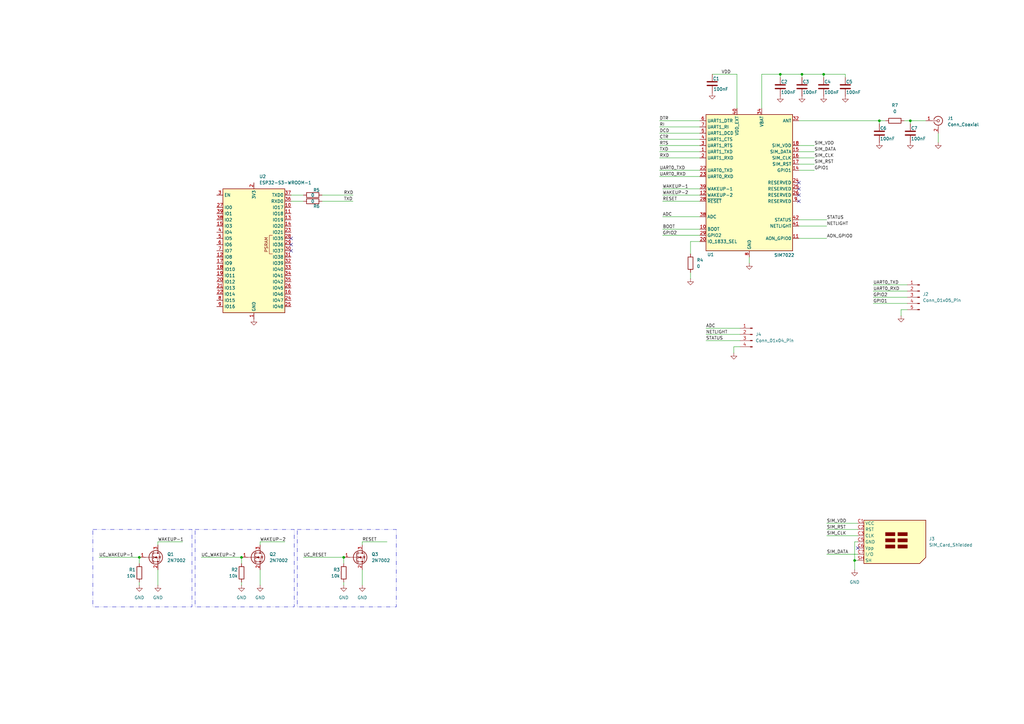
<source format=kicad_sch>
(kicad_sch
	(version 20231120)
	(generator "eeschema")
	(generator_version "8.0")
	(uuid "b9bb56b3-478a-483f-8697-ba6771715686")
	(paper "A3")
	(lib_symbols
		(symbol "Connector:Conn_01x04_Pin"
			(pin_names
				(offset 1.016) hide)
			(exclude_from_sim no)
			(in_bom yes)
			(on_board yes)
			(property "Reference" "J"
				(at 0 5.08 0)
				(effects
					(font
						(size 1.27 1.27)
					)
				)
			)
			(property "Value" "Conn_01x04_Pin"
				(at 0 -7.62 0)
				(effects
					(font
						(size 1.27 1.27)
					)
				)
			)
			(property "Footprint" ""
				(at 0 0 0)
				(effects
					(font
						(size 1.27 1.27)
					)
					(hide yes)
				)
			)
			(property "Datasheet" "~"
				(at 0 0 0)
				(effects
					(font
						(size 1.27 1.27)
					)
					(hide yes)
				)
			)
			(property "Description" "Generic connector, single row, 01x04, script generated"
				(at 0 0 0)
				(effects
					(font
						(size 1.27 1.27)
					)
					(hide yes)
				)
			)
			(property "ki_locked" ""
				(at 0 0 0)
				(effects
					(font
						(size 1.27 1.27)
					)
				)
			)
			(property "ki_keywords" "connector"
				(at 0 0 0)
				(effects
					(font
						(size 1.27 1.27)
					)
					(hide yes)
				)
			)
			(property "ki_fp_filters" "Connector*:*_1x??_*"
				(at 0 0 0)
				(effects
					(font
						(size 1.27 1.27)
					)
					(hide yes)
				)
			)
			(symbol "Conn_01x04_Pin_1_1"
				(polyline
					(pts
						(xy 1.27 -5.08) (xy 0.8636 -5.08)
					)
					(stroke
						(width 0.1524)
						(type default)
					)
					(fill
						(type none)
					)
				)
				(polyline
					(pts
						(xy 1.27 -2.54) (xy 0.8636 -2.54)
					)
					(stroke
						(width 0.1524)
						(type default)
					)
					(fill
						(type none)
					)
				)
				(polyline
					(pts
						(xy 1.27 0) (xy 0.8636 0)
					)
					(stroke
						(width 0.1524)
						(type default)
					)
					(fill
						(type none)
					)
				)
				(polyline
					(pts
						(xy 1.27 2.54) (xy 0.8636 2.54)
					)
					(stroke
						(width 0.1524)
						(type default)
					)
					(fill
						(type none)
					)
				)
				(rectangle
					(start 0.8636 -4.953)
					(end 0 -5.207)
					(stroke
						(width 0.1524)
						(type default)
					)
					(fill
						(type outline)
					)
				)
				(rectangle
					(start 0.8636 -2.413)
					(end 0 -2.667)
					(stroke
						(width 0.1524)
						(type default)
					)
					(fill
						(type outline)
					)
				)
				(rectangle
					(start 0.8636 0.127)
					(end 0 -0.127)
					(stroke
						(width 0.1524)
						(type default)
					)
					(fill
						(type outline)
					)
				)
				(rectangle
					(start 0.8636 2.667)
					(end 0 2.413)
					(stroke
						(width 0.1524)
						(type default)
					)
					(fill
						(type outline)
					)
				)
				(pin passive line
					(at 5.08 2.54 180)
					(length 3.81)
					(name "Pin_1"
						(effects
							(font
								(size 1.27 1.27)
							)
						)
					)
					(number "1"
						(effects
							(font
								(size 1.27 1.27)
							)
						)
					)
				)
				(pin passive line
					(at 5.08 0 180)
					(length 3.81)
					(name "Pin_2"
						(effects
							(font
								(size 1.27 1.27)
							)
						)
					)
					(number "2"
						(effects
							(font
								(size 1.27 1.27)
							)
						)
					)
				)
				(pin passive line
					(at 5.08 -2.54 180)
					(length 3.81)
					(name "Pin_3"
						(effects
							(font
								(size 1.27 1.27)
							)
						)
					)
					(number "3"
						(effects
							(font
								(size 1.27 1.27)
							)
						)
					)
				)
				(pin passive line
					(at 5.08 -5.08 180)
					(length 3.81)
					(name "Pin_4"
						(effects
							(font
								(size 1.27 1.27)
							)
						)
					)
					(number "4"
						(effects
							(font
								(size 1.27 1.27)
							)
						)
					)
				)
			)
		)
		(symbol "Connector:Conn_01x05_Pin"
			(pin_names
				(offset 1.016) hide)
			(exclude_from_sim no)
			(in_bom yes)
			(on_board yes)
			(property "Reference" "J"
				(at 0 7.62 0)
				(effects
					(font
						(size 1.27 1.27)
					)
				)
			)
			(property "Value" "Conn_01x05_Pin"
				(at 0 -7.62 0)
				(effects
					(font
						(size 1.27 1.27)
					)
				)
			)
			(property "Footprint" ""
				(at 0 0 0)
				(effects
					(font
						(size 1.27 1.27)
					)
					(hide yes)
				)
			)
			(property "Datasheet" "~"
				(at 0 0 0)
				(effects
					(font
						(size 1.27 1.27)
					)
					(hide yes)
				)
			)
			(property "Description" "Generic connector, single row, 01x05, script generated"
				(at 0 0 0)
				(effects
					(font
						(size 1.27 1.27)
					)
					(hide yes)
				)
			)
			(property "ki_locked" ""
				(at 0 0 0)
				(effects
					(font
						(size 1.27 1.27)
					)
				)
			)
			(property "ki_keywords" "connector"
				(at 0 0 0)
				(effects
					(font
						(size 1.27 1.27)
					)
					(hide yes)
				)
			)
			(property "ki_fp_filters" "Connector*:*_1x??_*"
				(at 0 0 0)
				(effects
					(font
						(size 1.27 1.27)
					)
					(hide yes)
				)
			)
			(symbol "Conn_01x05_Pin_1_1"
				(polyline
					(pts
						(xy 1.27 -5.08) (xy 0.8636 -5.08)
					)
					(stroke
						(width 0.1524)
						(type default)
					)
					(fill
						(type none)
					)
				)
				(polyline
					(pts
						(xy 1.27 -2.54) (xy 0.8636 -2.54)
					)
					(stroke
						(width 0.1524)
						(type default)
					)
					(fill
						(type none)
					)
				)
				(polyline
					(pts
						(xy 1.27 0) (xy 0.8636 0)
					)
					(stroke
						(width 0.1524)
						(type default)
					)
					(fill
						(type none)
					)
				)
				(polyline
					(pts
						(xy 1.27 2.54) (xy 0.8636 2.54)
					)
					(stroke
						(width 0.1524)
						(type default)
					)
					(fill
						(type none)
					)
				)
				(polyline
					(pts
						(xy 1.27 5.08) (xy 0.8636 5.08)
					)
					(stroke
						(width 0.1524)
						(type default)
					)
					(fill
						(type none)
					)
				)
				(rectangle
					(start 0.8636 -4.953)
					(end 0 -5.207)
					(stroke
						(width 0.1524)
						(type default)
					)
					(fill
						(type outline)
					)
				)
				(rectangle
					(start 0.8636 -2.413)
					(end 0 -2.667)
					(stroke
						(width 0.1524)
						(type default)
					)
					(fill
						(type outline)
					)
				)
				(rectangle
					(start 0.8636 0.127)
					(end 0 -0.127)
					(stroke
						(width 0.1524)
						(type default)
					)
					(fill
						(type outline)
					)
				)
				(rectangle
					(start 0.8636 2.667)
					(end 0 2.413)
					(stroke
						(width 0.1524)
						(type default)
					)
					(fill
						(type outline)
					)
				)
				(rectangle
					(start 0.8636 5.207)
					(end 0 4.953)
					(stroke
						(width 0.1524)
						(type default)
					)
					(fill
						(type outline)
					)
				)
				(pin passive line
					(at 5.08 5.08 180)
					(length 3.81)
					(name "Pin_1"
						(effects
							(font
								(size 1.27 1.27)
							)
						)
					)
					(number "1"
						(effects
							(font
								(size 1.27 1.27)
							)
						)
					)
				)
				(pin passive line
					(at 5.08 2.54 180)
					(length 3.81)
					(name "Pin_2"
						(effects
							(font
								(size 1.27 1.27)
							)
						)
					)
					(number "2"
						(effects
							(font
								(size 1.27 1.27)
							)
						)
					)
				)
				(pin passive line
					(at 5.08 0 180)
					(length 3.81)
					(name "Pin_3"
						(effects
							(font
								(size 1.27 1.27)
							)
						)
					)
					(number "3"
						(effects
							(font
								(size 1.27 1.27)
							)
						)
					)
				)
				(pin passive line
					(at 5.08 -2.54 180)
					(length 3.81)
					(name "Pin_4"
						(effects
							(font
								(size 1.27 1.27)
							)
						)
					)
					(number "4"
						(effects
							(font
								(size 1.27 1.27)
							)
						)
					)
				)
				(pin passive line
					(at 5.08 -5.08 180)
					(length 3.81)
					(name "Pin_5"
						(effects
							(font
								(size 1.27 1.27)
							)
						)
					)
					(number "5"
						(effects
							(font
								(size 1.27 1.27)
							)
						)
					)
				)
			)
		)
		(symbol "Connector:Conn_Coaxial"
			(pin_names
				(offset 1.016) hide)
			(exclude_from_sim no)
			(in_bom yes)
			(on_board yes)
			(property "Reference" "J"
				(at 0.254 3.048 0)
				(effects
					(font
						(size 1.27 1.27)
					)
				)
			)
			(property "Value" "Conn_Coaxial"
				(at 2.921 0 90)
				(effects
					(font
						(size 1.27 1.27)
					)
				)
			)
			(property "Footprint" ""
				(at 0 0 0)
				(effects
					(font
						(size 1.27 1.27)
					)
					(hide yes)
				)
			)
			(property "Datasheet" " ~"
				(at 0 0 0)
				(effects
					(font
						(size 1.27 1.27)
					)
					(hide yes)
				)
			)
			(property "Description" "coaxial connector (BNC, SMA, SMB, SMC, Cinch/RCA, LEMO, ...)"
				(at 0 0 0)
				(effects
					(font
						(size 1.27 1.27)
					)
					(hide yes)
				)
			)
			(property "ki_keywords" "BNC SMA SMB SMC LEMO coaxial connector CINCH RCA MCX MMCX U.FL UMRF"
				(at 0 0 0)
				(effects
					(font
						(size 1.27 1.27)
					)
					(hide yes)
				)
			)
			(property "ki_fp_filters" "*BNC* *SMA* *SMB* *SMC* *Cinch* *LEMO* *UMRF* *MCX* *U.FL*"
				(at 0 0 0)
				(effects
					(font
						(size 1.27 1.27)
					)
					(hide yes)
				)
			)
			(symbol "Conn_Coaxial_0_1"
				(arc
					(start -1.778 -0.508)
					(mid 0.2311 -1.8066)
					(end 1.778 0)
					(stroke
						(width 0.254)
						(type default)
					)
					(fill
						(type none)
					)
				)
				(polyline
					(pts
						(xy -2.54 0) (xy -0.508 0)
					)
					(stroke
						(width 0)
						(type default)
					)
					(fill
						(type none)
					)
				)
				(polyline
					(pts
						(xy 0 -2.54) (xy 0 -1.778)
					)
					(stroke
						(width 0)
						(type default)
					)
					(fill
						(type none)
					)
				)
				(circle
					(center 0 0)
					(radius 0.508)
					(stroke
						(width 0.2032)
						(type default)
					)
					(fill
						(type none)
					)
				)
				(arc
					(start 1.778 0)
					(mid 0.2099 1.8101)
					(end -1.778 0.508)
					(stroke
						(width 0.254)
						(type default)
					)
					(fill
						(type none)
					)
				)
			)
			(symbol "Conn_Coaxial_1_1"
				(pin passive line
					(at -5.08 0 0)
					(length 2.54)
					(name "In"
						(effects
							(font
								(size 1.27 1.27)
							)
						)
					)
					(number "1"
						(effects
							(font
								(size 1.27 1.27)
							)
						)
					)
				)
				(pin passive line
					(at 0 -5.08 90)
					(length 2.54)
					(name "Ext"
						(effects
							(font
								(size 1.27 1.27)
							)
						)
					)
					(number "2"
						(effects
							(font
								(size 1.27 1.27)
							)
						)
					)
				)
			)
		)
		(symbol "Connector:SIM_Card_Shielded"
			(exclude_from_sim no)
			(in_bom yes)
			(on_board yes)
			(property "Reference" "J3"
				(at 16.51 1.2701 0)
				(effects
					(font
						(size 1.27 1.27)
					)
					(justify left)
				)
			)
			(property "Value" "SIM_Card_Shielded"
				(at 16.51 -1.2699 0)
				(effects
					(font
						(size 1.27 1.27)
					)
					(justify left)
				)
			)
			(property "Footprint" "Library:NANO-SIM-SMD_SNO-1330"
				(at 0 8.89 0)
				(effects
					(font
						(size 1.27 1.27)
					)
					(hide yes)
				)
			)
			(property "Datasheet" " ~"
				(at -1.27 0 0)
				(effects
					(font
						(size 1.27 1.27)
					)
					(hide yes)
				)
			)
			(property "Description" "SIM Card"
				(at 0 0 0)
				(effects
					(font
						(size 1.27 1.27)
					)
					(hide yes)
				)
			)
			(property "ki_keywords" "SIM card UICC"
				(at 0 0 0)
				(effects
					(font
						(size 1.27 1.27)
					)
					(hide yes)
				)
			)
			(property "ki_fp_filters" "*SIM*Card*Holder*"
				(at 0 0 0)
				(effects
					(font
						(size 1.27 1.27)
					)
					(hide yes)
				)
			)
			(symbol "SIM_Card_Shielded_0_1"
				(rectangle
					(start -1.27 -2.54)
					(end 2.54 -1.27)
					(stroke
						(width 0.254)
						(type default)
					)
					(fill
						(type outline)
					)
				)
				(rectangle
					(start -1.27 0)
					(end 2.54 1.27)
					(stroke
						(width 0.254)
						(type default)
					)
					(fill
						(type outline)
					)
				)
				(rectangle
					(start -1.27 2.54)
					(end 2.54 3.81)
					(stroke
						(width 0.254)
						(type default)
					)
					(fill
						(type outline)
					)
				)
				(polyline
					(pts
						(xy -10.16 8.89) (xy -10.16 -8.89) (xy 12.7 -8.89) (xy 15.24 -6.35) (xy 15.24 8.89) (xy -10.16 8.89)
					)
					(stroke
						(width 0.254)
						(type default)
					)
					(fill
						(type background)
					)
				)
				(rectangle
					(start 3.81 -1.27)
					(end 7.62 -2.54)
					(stroke
						(width 0.254)
						(type default)
					)
					(fill
						(type outline)
					)
				)
				(rectangle
					(start 3.81 0)
					(end 7.62 1.27)
					(stroke
						(width 0.254)
						(type default)
					)
					(fill
						(type outline)
					)
				)
				(rectangle
					(start 3.81 2.54)
					(end 7.62 3.81)
					(stroke
						(width 0.254)
						(type default)
					)
					(fill
						(type outline)
					)
				)
			)
			(symbol "SIM_Card_Shielded_1_1"
				(pin power_in line
					(at -12.7 7.62 0)
					(length 2.54)
					(name "VCC"
						(effects
							(font
								(size 1.27 1.27)
							)
						)
					)
					(number "C1"
						(effects
							(font
								(size 1.27 1.27)
							)
						)
					)
				)
				(pin input line
					(at -12.7 5.08 0)
					(length 2.54)
					(name "RST"
						(effects
							(font
								(size 1.27 1.27)
							)
						)
					)
					(number "C2"
						(effects
							(font
								(size 1.27 1.27)
							)
						)
					)
				)
				(pin input line
					(at -12.7 2.54 0)
					(length 2.54)
					(name "CLK"
						(effects
							(font
								(size 1.27 1.27)
							)
						)
					)
					(number "C3"
						(effects
							(font
								(size 1.27 1.27)
							)
						)
					)
				)
				(pin power_in line
					(at -12.7 0 0)
					(length 2.54)
					(name "GND"
						(effects
							(font
								(size 1.27 1.27)
							)
						)
					)
					(number "C5"
						(effects
							(font
								(size 1.27 1.27)
							)
						)
					)
				)
				(pin bidirectional line
					(at -12.7 -2.54 0)
					(length 2.54)
					(name "Vpp"
						(effects
							(font
								(size 1.27 1.27)
							)
						)
					)
					(number "C6"
						(effects
							(font
								(size 1.27 1.27)
							)
						)
					)
				)
				(pin bidirectional line
					(at -12.7 -5.08 0)
					(length 2.54)
					(name "I/O"
						(effects
							(font
								(size 1.27 1.27)
							)
						)
					)
					(number "C7"
						(effects
							(font
								(size 1.27 1.27)
							)
						)
					)
				)
				(pin passive line
					(at -12.7 -7.62 0)
					(length 2.54)
					(name "SH"
						(effects
							(font
								(size 1.27 1.27)
							)
						)
					)
					(number "SH"
						(effects
							(font
								(size 1.27 1.27)
							)
						)
					)
				)
			)
		)
		(symbol "Device:C"
			(pin_numbers hide)
			(pin_names
				(offset 0.254)
			)
			(exclude_from_sim no)
			(in_bom yes)
			(on_board yes)
			(property "Reference" "C"
				(at 0.635 2.54 0)
				(effects
					(font
						(size 1.27 1.27)
					)
					(justify left)
				)
			)
			(property "Value" "C"
				(at 0.635 -2.54 0)
				(effects
					(font
						(size 1.27 1.27)
					)
					(justify left)
				)
			)
			(property "Footprint" ""
				(at 0.9652 -3.81 0)
				(effects
					(font
						(size 1.27 1.27)
					)
					(hide yes)
				)
			)
			(property "Datasheet" "~"
				(at 0 0 0)
				(effects
					(font
						(size 1.27 1.27)
					)
					(hide yes)
				)
			)
			(property "Description" "Unpolarized capacitor"
				(at 0 0 0)
				(effects
					(font
						(size 1.27 1.27)
					)
					(hide yes)
				)
			)
			(property "ki_keywords" "cap capacitor"
				(at 0 0 0)
				(effects
					(font
						(size 1.27 1.27)
					)
					(hide yes)
				)
			)
			(property "ki_fp_filters" "C_*"
				(at 0 0 0)
				(effects
					(font
						(size 1.27 1.27)
					)
					(hide yes)
				)
			)
			(symbol "C_0_1"
				(polyline
					(pts
						(xy -2.032 -0.762) (xy 2.032 -0.762)
					)
					(stroke
						(width 0.508)
						(type default)
					)
					(fill
						(type none)
					)
				)
				(polyline
					(pts
						(xy -2.032 0.762) (xy 2.032 0.762)
					)
					(stroke
						(width 0.508)
						(type default)
					)
					(fill
						(type none)
					)
				)
			)
			(symbol "C_1_1"
				(pin passive line
					(at 0 3.81 270)
					(length 2.794)
					(name "~"
						(effects
							(font
								(size 1.27 1.27)
							)
						)
					)
					(number "1"
						(effects
							(font
								(size 1.27 1.27)
							)
						)
					)
				)
				(pin passive line
					(at 0 -3.81 90)
					(length 2.794)
					(name "~"
						(effects
							(font
								(size 1.27 1.27)
							)
						)
					)
					(number "2"
						(effects
							(font
								(size 1.27 1.27)
							)
						)
					)
				)
			)
		)
		(symbol "Device:R"
			(pin_numbers hide)
			(pin_names
				(offset 0)
			)
			(exclude_from_sim no)
			(in_bom yes)
			(on_board yes)
			(property "Reference" "R"
				(at 2.032 0 90)
				(effects
					(font
						(size 1.27 1.27)
					)
				)
			)
			(property "Value" "R"
				(at 0 0 90)
				(effects
					(font
						(size 1.27 1.27)
					)
				)
			)
			(property "Footprint" ""
				(at -1.778 0 90)
				(effects
					(font
						(size 1.27 1.27)
					)
					(hide yes)
				)
			)
			(property "Datasheet" "~"
				(at 0 0 0)
				(effects
					(font
						(size 1.27 1.27)
					)
					(hide yes)
				)
			)
			(property "Description" "Resistor"
				(at 0 0 0)
				(effects
					(font
						(size 1.27 1.27)
					)
					(hide yes)
				)
			)
			(property "ki_keywords" "R res resistor"
				(at 0 0 0)
				(effects
					(font
						(size 1.27 1.27)
					)
					(hide yes)
				)
			)
			(property "ki_fp_filters" "R_*"
				(at 0 0 0)
				(effects
					(font
						(size 1.27 1.27)
					)
					(hide yes)
				)
			)
			(symbol "R_0_1"
				(rectangle
					(start -1.016 -2.54)
					(end 1.016 2.54)
					(stroke
						(width 0.254)
						(type default)
					)
					(fill
						(type none)
					)
				)
			)
			(symbol "R_1_1"
				(pin passive line
					(at 0 3.81 270)
					(length 1.27)
					(name "~"
						(effects
							(font
								(size 1.27 1.27)
							)
						)
					)
					(number "1"
						(effects
							(font
								(size 1.27 1.27)
							)
						)
					)
				)
				(pin passive line
					(at 0 -3.81 90)
					(length 1.27)
					(name "~"
						(effects
							(font
								(size 1.27 1.27)
							)
						)
					)
					(number "2"
						(effects
							(font
								(size 1.27 1.27)
							)
						)
					)
				)
			)
		)
		(symbol "RF_Module:ESP32-S3-WROOM-1"
			(exclude_from_sim no)
			(in_bom yes)
			(on_board yes)
			(property "Reference" "U"
				(at -12.7 26.67 0)
				(effects
					(font
						(size 1.27 1.27)
					)
				)
			)
			(property "Value" "ESP32-S3-WROOM-1"
				(at 12.7 26.67 0)
				(effects
					(font
						(size 1.27 1.27)
					)
				)
			)
			(property "Footprint" "RF_Module:ESP32-S3-WROOM-1"
				(at 0 2.54 0)
				(effects
					(font
						(size 1.27 1.27)
					)
					(hide yes)
				)
			)
			(property "Datasheet" "https://www.espressif.com/sites/default/files/documentation/esp32-s3-wroom-1_wroom-1u_datasheet_en.pdf"
				(at 0 0 0)
				(effects
					(font
						(size 1.27 1.27)
					)
					(hide yes)
				)
			)
			(property "Description" "RF Module, ESP32-S3 SoC, Wi-Fi 802.11b/g/n, Bluetooth, BLE, 32-bit, 3.3V, onboard antenna, SMD"
				(at 0 0 0)
				(effects
					(font
						(size 1.27 1.27)
					)
					(hide yes)
				)
			)
			(property "ki_keywords" "RF Radio BT ESP ESP32-S3 Espressif onboard PCB antenna"
				(at 0 0 0)
				(effects
					(font
						(size 1.27 1.27)
					)
					(hide yes)
				)
			)
			(property "ki_fp_filters" "ESP32?S3?WROOM?1*"
				(at 0 0 0)
				(effects
					(font
						(size 1.27 1.27)
					)
					(hide yes)
				)
			)
			(symbol "ESP32-S3-WROOM-1_0_0"
				(rectangle
					(start -12.7 25.4)
					(end 12.7 -25.4)
					(stroke
						(width 0.254)
						(type default)
					)
					(fill
						(type background)
					)
				)
				(text "PSRAM"
					(at 5.08 2.54 900)
					(effects
						(font
							(size 1.27 1.27)
						)
					)
				)
			)
			(symbol "ESP32-S3-WROOM-1_0_1"
				(polyline
					(pts
						(xy 7.62 -1.27) (xy 6.35 -1.27) (xy 6.35 6.35) (xy 7.62 6.35)
					)
					(stroke
						(width 0)
						(type default)
					)
					(fill
						(type none)
					)
				)
			)
			(symbol "ESP32-S3-WROOM-1_1_1"
				(pin power_in line
					(at 0 -27.94 90)
					(length 2.54)
					(name "GND"
						(effects
							(font
								(size 1.27 1.27)
							)
						)
					)
					(number "1"
						(effects
							(font
								(size 1.27 1.27)
							)
						)
					)
				)
				(pin bidirectional line
					(at 15.24 17.78 180)
					(length 2.54)
					(name "IO17"
						(effects
							(font
								(size 1.27 1.27)
							)
						)
					)
					(number "10"
						(effects
							(font
								(size 1.27 1.27)
							)
						)
					)
				)
				(pin bidirectional line
					(at 15.24 15.24 180)
					(length 2.54)
					(name "IO18"
						(effects
							(font
								(size 1.27 1.27)
							)
						)
					)
					(number "11"
						(effects
							(font
								(size 1.27 1.27)
							)
						)
					)
				)
				(pin bidirectional line
					(at -15.24 -2.54 0)
					(length 2.54)
					(name "IO8"
						(effects
							(font
								(size 1.27 1.27)
							)
						)
					)
					(number "12"
						(effects
							(font
								(size 1.27 1.27)
							)
						)
					)
				)
				(pin bidirectional line
					(at 15.24 12.7 180)
					(length 2.54)
					(name "IO19"
						(effects
							(font
								(size 1.27 1.27)
							)
						)
					)
					(number "13"
						(effects
							(font
								(size 1.27 1.27)
							)
						)
					)
				)
				(pin bidirectional line
					(at 15.24 10.16 180)
					(length 2.54)
					(name "IO20"
						(effects
							(font
								(size 1.27 1.27)
							)
						)
					)
					(number "14"
						(effects
							(font
								(size 1.27 1.27)
							)
						)
					)
				)
				(pin bidirectional line
					(at -15.24 10.16 0)
					(length 2.54)
					(name "IO3"
						(effects
							(font
								(size 1.27 1.27)
							)
						)
					)
					(number "15"
						(effects
							(font
								(size 1.27 1.27)
							)
						)
					)
				)
				(pin bidirectional line
					(at 15.24 -17.78 180)
					(length 2.54)
					(name "IO46"
						(effects
							(font
								(size 1.27 1.27)
							)
						)
					)
					(number "16"
						(effects
							(font
								(size 1.27 1.27)
							)
						)
					)
				)
				(pin bidirectional line
					(at -15.24 -5.08 0)
					(length 2.54)
					(name "IO9"
						(effects
							(font
								(size 1.27 1.27)
							)
						)
					)
					(number "17"
						(effects
							(font
								(size 1.27 1.27)
							)
						)
					)
				)
				(pin bidirectional line
					(at -15.24 -7.62 0)
					(length 2.54)
					(name "IO10"
						(effects
							(font
								(size 1.27 1.27)
							)
						)
					)
					(number "18"
						(effects
							(font
								(size 1.27 1.27)
							)
						)
					)
				)
				(pin bidirectional line
					(at -15.24 -10.16 0)
					(length 2.54)
					(name "IO11"
						(effects
							(font
								(size 1.27 1.27)
							)
						)
					)
					(number "19"
						(effects
							(font
								(size 1.27 1.27)
							)
						)
					)
				)
				(pin power_in line
					(at 0 27.94 270)
					(length 2.54)
					(name "3V3"
						(effects
							(font
								(size 1.27 1.27)
							)
						)
					)
					(number "2"
						(effects
							(font
								(size 1.27 1.27)
							)
						)
					)
				)
				(pin bidirectional line
					(at -15.24 -12.7 0)
					(length 2.54)
					(name "IO12"
						(effects
							(font
								(size 1.27 1.27)
							)
						)
					)
					(number "20"
						(effects
							(font
								(size 1.27 1.27)
							)
						)
					)
				)
				(pin bidirectional line
					(at -15.24 -15.24 0)
					(length 2.54)
					(name "IO13"
						(effects
							(font
								(size 1.27 1.27)
							)
						)
					)
					(number "21"
						(effects
							(font
								(size 1.27 1.27)
							)
						)
					)
				)
				(pin bidirectional line
					(at -15.24 -17.78 0)
					(length 2.54)
					(name "IO14"
						(effects
							(font
								(size 1.27 1.27)
							)
						)
					)
					(number "22"
						(effects
							(font
								(size 1.27 1.27)
							)
						)
					)
				)
				(pin bidirectional line
					(at 15.24 7.62 180)
					(length 2.54)
					(name "IO21"
						(effects
							(font
								(size 1.27 1.27)
							)
						)
					)
					(number "23"
						(effects
							(font
								(size 1.27 1.27)
							)
						)
					)
				)
				(pin bidirectional line
					(at 15.24 -20.32 180)
					(length 2.54)
					(name "IO47"
						(effects
							(font
								(size 1.27 1.27)
							)
						)
					)
					(number "24"
						(effects
							(font
								(size 1.27 1.27)
							)
						)
					)
				)
				(pin bidirectional line
					(at 15.24 -22.86 180)
					(length 2.54)
					(name "IO48"
						(effects
							(font
								(size 1.27 1.27)
							)
						)
					)
					(number "25"
						(effects
							(font
								(size 1.27 1.27)
							)
						)
					)
				)
				(pin bidirectional line
					(at 15.24 -15.24 180)
					(length 2.54)
					(name "IO45"
						(effects
							(font
								(size 1.27 1.27)
							)
						)
					)
					(number "26"
						(effects
							(font
								(size 1.27 1.27)
							)
						)
					)
				)
				(pin bidirectional line
					(at -15.24 17.78 0)
					(length 2.54)
					(name "IO0"
						(effects
							(font
								(size 1.27 1.27)
							)
						)
					)
					(number "27"
						(effects
							(font
								(size 1.27 1.27)
							)
						)
					)
				)
				(pin bidirectional line
					(at 15.24 5.08 180)
					(length 2.54)
					(name "IO35"
						(effects
							(font
								(size 1.27 1.27)
							)
						)
					)
					(number "28"
						(effects
							(font
								(size 1.27 1.27)
							)
						)
					)
				)
				(pin bidirectional line
					(at 15.24 2.54 180)
					(length 2.54)
					(name "IO36"
						(effects
							(font
								(size 1.27 1.27)
							)
						)
					)
					(number "29"
						(effects
							(font
								(size 1.27 1.27)
							)
						)
					)
				)
				(pin input line
					(at -15.24 22.86 0)
					(length 2.54)
					(name "EN"
						(effects
							(font
								(size 1.27 1.27)
							)
						)
					)
					(number "3"
						(effects
							(font
								(size 1.27 1.27)
							)
						)
					)
				)
				(pin bidirectional line
					(at 15.24 0 180)
					(length 2.54)
					(name "IO37"
						(effects
							(font
								(size 1.27 1.27)
							)
						)
					)
					(number "30"
						(effects
							(font
								(size 1.27 1.27)
							)
						)
					)
				)
				(pin bidirectional line
					(at 15.24 -2.54 180)
					(length 2.54)
					(name "IO38"
						(effects
							(font
								(size 1.27 1.27)
							)
						)
					)
					(number "31"
						(effects
							(font
								(size 1.27 1.27)
							)
						)
					)
				)
				(pin bidirectional line
					(at 15.24 -5.08 180)
					(length 2.54)
					(name "IO39"
						(effects
							(font
								(size 1.27 1.27)
							)
						)
					)
					(number "32"
						(effects
							(font
								(size 1.27 1.27)
							)
						)
					)
				)
				(pin bidirectional line
					(at 15.24 -7.62 180)
					(length 2.54)
					(name "IO40"
						(effects
							(font
								(size 1.27 1.27)
							)
						)
					)
					(number "33"
						(effects
							(font
								(size 1.27 1.27)
							)
						)
					)
				)
				(pin bidirectional line
					(at 15.24 -10.16 180)
					(length 2.54)
					(name "IO41"
						(effects
							(font
								(size 1.27 1.27)
							)
						)
					)
					(number "34"
						(effects
							(font
								(size 1.27 1.27)
							)
						)
					)
				)
				(pin bidirectional line
					(at 15.24 -12.7 180)
					(length 2.54)
					(name "IO42"
						(effects
							(font
								(size 1.27 1.27)
							)
						)
					)
					(number "35"
						(effects
							(font
								(size 1.27 1.27)
							)
						)
					)
				)
				(pin bidirectional line
					(at 15.24 20.32 180)
					(length 2.54)
					(name "RXD0"
						(effects
							(font
								(size 1.27 1.27)
							)
						)
					)
					(number "36"
						(effects
							(font
								(size 1.27 1.27)
							)
						)
					)
				)
				(pin bidirectional line
					(at 15.24 22.86 180)
					(length 2.54)
					(name "TXD0"
						(effects
							(font
								(size 1.27 1.27)
							)
						)
					)
					(number "37"
						(effects
							(font
								(size 1.27 1.27)
							)
						)
					)
				)
				(pin bidirectional line
					(at -15.24 12.7 0)
					(length 2.54)
					(name "IO2"
						(effects
							(font
								(size 1.27 1.27)
							)
						)
					)
					(number "38"
						(effects
							(font
								(size 1.27 1.27)
							)
						)
					)
				)
				(pin bidirectional line
					(at -15.24 15.24 0)
					(length 2.54)
					(name "IO1"
						(effects
							(font
								(size 1.27 1.27)
							)
						)
					)
					(number "39"
						(effects
							(font
								(size 1.27 1.27)
							)
						)
					)
				)
				(pin bidirectional line
					(at -15.24 7.62 0)
					(length 2.54)
					(name "IO4"
						(effects
							(font
								(size 1.27 1.27)
							)
						)
					)
					(number "4"
						(effects
							(font
								(size 1.27 1.27)
							)
						)
					)
				)
				(pin passive line
					(at 0 -27.94 90)
					(length 2.54) hide
					(name "GND"
						(effects
							(font
								(size 1.27 1.27)
							)
						)
					)
					(number "40"
						(effects
							(font
								(size 1.27 1.27)
							)
						)
					)
				)
				(pin passive line
					(at 0 -27.94 90)
					(length 2.54) hide
					(name "GND"
						(effects
							(font
								(size 1.27 1.27)
							)
						)
					)
					(number "41"
						(effects
							(font
								(size 1.27 1.27)
							)
						)
					)
				)
				(pin bidirectional line
					(at -15.24 5.08 0)
					(length 2.54)
					(name "IO5"
						(effects
							(font
								(size 1.27 1.27)
							)
						)
					)
					(number "5"
						(effects
							(font
								(size 1.27 1.27)
							)
						)
					)
				)
				(pin bidirectional line
					(at -15.24 2.54 0)
					(length 2.54)
					(name "IO6"
						(effects
							(font
								(size 1.27 1.27)
							)
						)
					)
					(number "6"
						(effects
							(font
								(size 1.27 1.27)
							)
						)
					)
				)
				(pin bidirectional line
					(at -15.24 0 0)
					(length 2.54)
					(name "IO7"
						(effects
							(font
								(size 1.27 1.27)
							)
						)
					)
					(number "7"
						(effects
							(font
								(size 1.27 1.27)
							)
						)
					)
				)
				(pin bidirectional line
					(at -15.24 -20.32 0)
					(length 2.54)
					(name "IO15"
						(effects
							(font
								(size 1.27 1.27)
							)
						)
					)
					(number "8"
						(effects
							(font
								(size 1.27 1.27)
							)
						)
					)
				)
				(pin bidirectional line
					(at -15.24 -22.86 0)
					(length 2.54)
					(name "IO16"
						(effects
							(font
								(size 1.27 1.27)
							)
						)
					)
					(number "9"
						(effects
							(font
								(size 1.27 1.27)
							)
						)
					)
				)
			)
		)
		(symbol "Sim7022:SIM7022"
			(exclude_from_sim no)
			(in_bom yes)
			(on_board yes)
			(property "Reference" "U1"
				(at -17.272 -32.004 0)
				(effects
					(font
						(size 1.27 1.27)
					)
					(justify left)
				)
			)
			(property "Value" "SIM7022"
				(at 10.16 -32.258 0)
				(effects
					(font
						(size 1.27 1.27)
					)
					(justify left)
				)
			)
			(property "Footprint" "Library:SIMCom_SIM7022"
				(at 14.732 -36.068 0)
				(effects
					(font
						(size 1.27 1.27)
					)
					(hide yes)
				)
			)
			(property "Datasheet" "https://simcom.ee/documents/SIM7020/SIM7020%20Hardware%20Design_V1.02.pdf"
				(at -118.11 -59.69 0)
				(effects
					(font
						(size 1.27 1.27)
					)
					(hide yes)
				)
			)
			(property "Description" "NB-IoT B1/B3/B5/B8/B20/B28, AT Command Set"
				(at -0.508 45.974 0)
				(effects
					(font
						(size 1.27 1.27)
					)
					(hide yes)
				)
			)
			(property "ki_keywords" "NB-IoT Data SMS"
				(at 0 0 0)
				(effects
					(font
						(size 1.27 1.27)
					)
					(hide yes)
				)
			)
			(property "ki_fp_filters" "SIMCom*SIM800C*"
				(at 0 0 0)
				(effects
					(font
						(size 1.27 1.27)
					)
					(hide yes)
				)
			)
			(symbol "SIM7022_0_1"
				(rectangle
					(start -17.78 25.4)
					(end 17.78 -30.48)
					(stroke
						(width 0.254)
						(type default)
					)
					(fill
						(type background)
					)
				)
			)
			(symbol "SIM7022_1_1"
				(pin output line
					(at -20.32 10.16 0)
					(length 2.54)
					(name "UART1_TXD"
						(effects
							(font
								(size 1.27 1.27)
							)
						)
					)
					(number "1"
						(effects
							(font
								(size 1.27 1.27)
							)
						)
					)
				)
				(pin input line
					(at -20.32 -21.59 0)
					(length 2.54)
					(name "BOOT"
						(effects
							(font
								(size 1.27 1.27)
							)
						)
					)
					(number "10"
						(effects
							(font
								(size 1.27 1.27)
							)
						)
					)
				)
				(pin output line
					(at 20.32 -25.4 180)
					(length 2.54)
					(name "AON_GPIO0"
						(effects
							(font
								(size 1.27 1.27)
							)
						)
					)
					(number "11"
						(effects
							(font
								(size 1.27 1.27)
							)
						)
					)
				)
				(pin input line
					(at -20.32 -7.62 0)
					(length 2.54)
					(name "WAKEUP-2"
						(effects
							(font
								(size 1.27 1.27)
							)
						)
					)
					(number "12"
						(effects
							(font
								(size 1.27 1.27)
							)
						)
					)
				)
				(pin passive line
					(at 0 -33.02 90)
					(length 2.54) hide
					(name "GND"
						(effects
							(font
								(size 1.27 1.27)
							)
						)
					)
					(number "13"
						(effects
							(font
								(size 1.27 1.27)
							)
						)
					)
				)
				(pin input line
					(at 20.32 2.54 180)
					(length 2.54)
					(name "GPIO1"
						(effects
							(font
								(size 1.27 1.27)
							)
						)
					)
					(number "14"
						(effects
							(font
								(size 1.27 1.27)
							)
						)
					)
				)
				(pin bidirectional line
					(at 20.32 10.16 180)
					(length 2.54)
					(name "SIM_DATA"
						(effects
							(font
								(size 1.27 1.27)
							)
						)
					)
					(number "15"
						(effects
							(font
								(size 1.27 1.27)
							)
						)
					)
				)
				(pin output line
					(at 20.32 7.62 180)
					(length 2.54)
					(name "SIM_CLK"
						(effects
							(font
								(size 1.27 1.27)
							)
						)
					)
					(number "16"
						(effects
							(font
								(size 1.27 1.27)
							)
						)
					)
				)
				(pin output line
					(at 20.32 5.08 180)
					(length 2.54)
					(name "SIM_RST"
						(effects
							(font
								(size 1.27 1.27)
							)
						)
					)
					(number "17"
						(effects
							(font
								(size 1.27 1.27)
							)
						)
					)
				)
				(pin power_out line
					(at 20.32 12.7 180)
					(length 2.54)
					(name "SIM_VDD"
						(effects
							(font
								(size 1.27 1.27)
							)
						)
					)
					(number "18"
						(effects
							(font
								(size 1.27 1.27)
							)
						)
					)
				)
				(pin passive line
					(at 0 -33.02 90)
					(length 2.54) hide
					(name "GND"
						(effects
							(font
								(size 1.27 1.27)
							)
						)
					)
					(number "19"
						(effects
							(font
								(size 1.27 1.27)
							)
						)
					)
				)
				(pin input line
					(at -20.32 7.62 0)
					(length 2.54)
					(name "UART1_RXD"
						(effects
							(font
								(size 1.27 1.27)
							)
						)
					)
					(number "2"
						(effects
							(font
								(size 1.27 1.27)
							)
						)
					)
				)
				(pin input line
					(at -20.32 -26.67 0)
					(length 2.54)
					(name "IO_1833_SEL"
						(effects
							(font
								(size 1.27 1.27)
							)
						)
					)
					(number "20"
						(effects
							(font
								(size 1.27 1.27)
							)
						)
					)
				)
				(pin passive line
					(at 0 -33.02 90)
					(length 2.54) hide
					(name "GND"
						(effects
							(font
								(size 1.27 1.27)
							)
						)
					)
					(number "21"
						(effects
							(font
								(size 1.27 1.27)
							)
						)
					)
				)
				(pin output line
					(at -20.32 2.54 0)
					(length 2.54)
					(name "UART0_TXD"
						(effects
							(font
								(size 1.27 1.27)
							)
						)
					)
					(number "22"
						(effects
							(font
								(size 1.27 1.27)
							)
						)
					)
				)
				(pin tri_state line
					(at -20.32 0 0)
					(length 2.54)
					(name "UART0_RXD"
						(effects
							(font
								(size 1.27 1.27)
							)
						)
					)
					(number "23"
						(effects
							(font
								(size 1.27 1.27)
							)
						)
					)
				)
				(pin unspecified line
					(at 20.32 -2.54 180)
					(length 2.54)
					(name "RESERVED"
						(effects
							(font
								(size 1.27 1.27)
							)
						)
					)
					(number "24"
						(effects
							(font
								(size 1.27 1.27)
							)
						)
					)
				)
				(pin unspecified line
					(at 20.32 -5.08 180)
					(length 2.54)
					(name "RESERVED"
						(effects
							(font
								(size 1.27 1.27)
							)
						)
					)
					(number "25"
						(effects
							(font
								(size 1.27 1.27)
							)
						)
					)
				)
				(pin unspecified line
					(at 20.32 -7.62 180)
					(length 2.54)
					(name "RESERVED"
						(effects
							(font
								(size 1.27 1.27)
							)
						)
					)
					(number "26"
						(effects
							(font
								(size 1.27 1.27)
							)
						)
					)
				)
				(pin passive line
					(at 0 -33.02 90)
					(length 2.54) hide
					(name "GND"
						(effects
							(font
								(size 1.27 1.27)
							)
						)
					)
					(number "27"
						(effects
							(font
								(size 1.27 1.27)
							)
						)
					)
				)
				(pin input line
					(at -20.32 -10.16 0)
					(length 2.54)
					(name "~{RESET}"
						(effects
							(font
								(size 1.27 1.27)
							)
						)
					)
					(number "28"
						(effects
							(font
								(size 1.27 1.27)
							)
						)
					)
				)
				(pin bidirectional line
					(at -20.32 -24.13 0)
					(length 2.54)
					(name "GPIO2"
						(effects
							(font
								(size 1.27 1.27)
							)
						)
					)
					(number "29"
						(effects
							(font
								(size 1.27 1.27)
							)
						)
					)
				)
				(pin input line
					(at -20.32 12.7 0)
					(length 2.54)
					(name "UART1_RTS"
						(effects
							(font
								(size 1.27 1.27)
							)
						)
					)
					(number "3"
						(effects
							(font
								(size 1.27 1.27)
							)
						)
					)
				)
				(pin passive line
					(at 0 -33.02 90)
					(length 2.54) hide
					(name "GND"
						(effects
							(font
								(size 1.27 1.27)
							)
						)
					)
					(number "30"
						(effects
							(font
								(size 1.27 1.27)
							)
						)
					)
				)
				(pin passive line
					(at 0 -33.02 90)
					(length 2.54) hide
					(name "GND"
						(effects
							(font
								(size 1.27 1.27)
							)
						)
					)
					(number "31"
						(effects
							(font
								(size 1.27 1.27)
							)
						)
					)
				)
				(pin passive line
					(at 20.32 22.86 180)
					(length 2.54)
					(name "ANT"
						(effects
							(font
								(size 1.27 1.27)
							)
						)
					)
					(number "32"
						(effects
							(font
								(size 1.27 1.27)
							)
						)
					)
				)
				(pin passive line
					(at 0 -33.02 90)
					(length 2.54) hide
					(name "GND"
						(effects
							(font
								(size 1.27 1.27)
							)
						)
					)
					(number "33"
						(effects
							(font
								(size 1.27 1.27)
							)
						)
					)
				)
				(pin power_in line
					(at 5.08 27.94 270)
					(length 2.54)
					(name "VBAT"
						(effects
							(font
								(size 1.27 1.27)
							)
						)
					)
					(number "34"
						(effects
							(font
								(size 1.27 1.27)
							)
						)
					)
				)
				(pin power_in line
					(at 5.08 27.94 270)
					(length 2.54) hide
					(name "VBAT"
						(effects
							(font
								(size 1.27 1.27)
							)
						)
					)
					(number "35"
						(effects
							(font
								(size 1.27 1.27)
							)
						)
					)
				)
				(pin passive line
					(at 0 -33.02 90)
					(length 2.54) hide
					(name "GND"
						(effects
							(font
								(size 1.27 1.27)
							)
						)
					)
					(number "36"
						(effects
							(font
								(size 1.27 1.27)
							)
						)
					)
				)
				(pin passive line
					(at 0 -33.02 90)
					(length 2.54) hide
					(name "GND"
						(effects
							(font
								(size 1.27 1.27)
							)
						)
					)
					(number "37"
						(effects
							(font
								(size 1.27 1.27)
							)
						)
					)
				)
				(pin input line
					(at -20.32 -16.51 0)
					(length 2.54)
					(name "ADC"
						(effects
							(font
								(size 1.27 1.27)
							)
						)
					)
					(number "38"
						(effects
							(font
								(size 1.27 1.27)
							)
						)
					)
				)
				(pin input line
					(at -20.32 -5.08 0)
					(length 2.54)
					(name "WAKEUP-1"
						(effects
							(font
								(size 1.27 1.27)
							)
						)
					)
					(number "39"
						(effects
							(font
								(size 1.27 1.27)
							)
						)
					)
				)
				(pin output line
					(at -20.32 15.24 0)
					(length 2.54)
					(name "UART1_CTS"
						(effects
							(font
								(size 1.27 1.27)
							)
						)
					)
					(number "4"
						(effects
							(font
								(size 1.27 1.27)
							)
						)
					)
				)
				(pin power_out line
					(at -5.08 27.94 270)
					(length 2.54)
					(name "VDD_EXT"
						(effects
							(font
								(size 1.27 1.27)
							)
						)
					)
					(number "40"
						(effects
							(font
								(size 1.27 1.27)
							)
						)
					)
				)
				(pin output line
					(at 20.32 -20.32 180)
					(length 2.54)
					(name "NETLIGHT"
						(effects
							(font
								(size 1.27 1.27)
							)
						)
					)
					(number "41"
						(effects
							(font
								(size 1.27 1.27)
							)
						)
					)
				)
				(pin output line
					(at 20.32 -17.78 180)
					(length 2.54)
					(name "STATUS"
						(effects
							(font
								(size 1.27 1.27)
							)
						)
					)
					(number "42"
						(effects
							(font
								(size 1.27 1.27)
							)
						)
					)
				)
				(pin output line
					(at -20.32 17.78 0)
					(length 2.54)
					(name "UART1_DCD"
						(effects
							(font
								(size 1.27 1.27)
							)
						)
					)
					(number "5"
						(effects
							(font
								(size 1.27 1.27)
							)
						)
					)
				)
				(pin input line
					(at -20.32 22.86 0)
					(length 2.54)
					(name "UART1_DTR"
						(effects
							(font
								(size 1.27 1.27)
							)
						)
					)
					(number "6"
						(effects
							(font
								(size 1.27 1.27)
							)
						)
					)
				)
				(pin output line
					(at -20.32 20.32 0)
					(length 2.54)
					(name "UART1_RI"
						(effects
							(font
								(size 1.27 1.27)
							)
						)
					)
					(number "7"
						(effects
							(font
								(size 1.27 1.27)
							)
						)
					)
				)
				(pin power_in line
					(at 0 -33.02 90)
					(length 2.54)
					(name "GND"
						(effects
							(font
								(size 1.27 1.27)
							)
						)
					)
					(number "8"
						(effects
							(font
								(size 1.27 1.27)
							)
						)
					)
				)
				(pin unspecified line
					(at 20.32 -10.16 180)
					(length 2.54)
					(name "RESERVED"
						(effects
							(font
								(size 1.27 1.27)
							)
						)
					)
					(number "9"
						(effects
							(font
								(size 1.27 1.27)
							)
						)
					)
				)
			)
		)
		(symbol "Transistor_FET:2N7002"
			(pin_names hide)
			(exclude_from_sim no)
			(in_bom yes)
			(on_board yes)
			(property "Reference" "Q"
				(at 5.08 1.905 0)
				(effects
					(font
						(size 1.27 1.27)
					)
					(justify left)
				)
			)
			(property "Value" "2N7002"
				(at 5.08 0 0)
				(effects
					(font
						(size 1.27 1.27)
					)
					(justify left)
				)
			)
			(property "Footprint" "Package_TO_SOT_SMD:SOT-23"
				(at 5.08 -1.905 0)
				(effects
					(font
						(size 1.27 1.27)
						(italic yes)
					)
					(justify left)
					(hide yes)
				)
			)
			(property "Datasheet" "https://www.onsemi.com/pub/Collateral/NDS7002A-D.PDF"
				(at 5.08 -3.81 0)
				(effects
					(font
						(size 1.27 1.27)
					)
					(justify left)
					(hide yes)
				)
			)
			(property "Description" "0.115A Id, 60V Vds, N-Channel MOSFET, SOT-23"
				(at 0 0 0)
				(effects
					(font
						(size 1.27 1.27)
					)
					(hide yes)
				)
			)
			(property "ki_keywords" "N-Channel Switching MOSFET"
				(at 0 0 0)
				(effects
					(font
						(size 1.27 1.27)
					)
					(hide yes)
				)
			)
			(property "ki_fp_filters" "SOT?23*"
				(at 0 0 0)
				(effects
					(font
						(size 1.27 1.27)
					)
					(hide yes)
				)
			)
			(symbol "2N7002_0_1"
				(polyline
					(pts
						(xy 0.254 0) (xy -2.54 0)
					)
					(stroke
						(width 0)
						(type default)
					)
					(fill
						(type none)
					)
				)
				(polyline
					(pts
						(xy 0.254 1.905) (xy 0.254 -1.905)
					)
					(stroke
						(width 0.254)
						(type default)
					)
					(fill
						(type none)
					)
				)
				(polyline
					(pts
						(xy 0.762 -1.27) (xy 0.762 -2.286)
					)
					(stroke
						(width 0.254)
						(type default)
					)
					(fill
						(type none)
					)
				)
				(polyline
					(pts
						(xy 0.762 0.508) (xy 0.762 -0.508)
					)
					(stroke
						(width 0.254)
						(type default)
					)
					(fill
						(type none)
					)
				)
				(polyline
					(pts
						(xy 0.762 2.286) (xy 0.762 1.27)
					)
					(stroke
						(width 0.254)
						(type default)
					)
					(fill
						(type none)
					)
				)
				(polyline
					(pts
						(xy 2.54 2.54) (xy 2.54 1.778)
					)
					(stroke
						(width 0)
						(type default)
					)
					(fill
						(type none)
					)
				)
				(polyline
					(pts
						(xy 2.54 -2.54) (xy 2.54 0) (xy 0.762 0)
					)
					(stroke
						(width 0)
						(type default)
					)
					(fill
						(type none)
					)
				)
				(polyline
					(pts
						(xy 0.762 -1.778) (xy 3.302 -1.778) (xy 3.302 1.778) (xy 0.762 1.778)
					)
					(stroke
						(width 0)
						(type default)
					)
					(fill
						(type none)
					)
				)
				(polyline
					(pts
						(xy 1.016 0) (xy 2.032 0.381) (xy 2.032 -0.381) (xy 1.016 0)
					)
					(stroke
						(width 0)
						(type default)
					)
					(fill
						(type outline)
					)
				)
				(polyline
					(pts
						(xy 2.794 0.508) (xy 2.921 0.381) (xy 3.683 0.381) (xy 3.81 0.254)
					)
					(stroke
						(width 0)
						(type default)
					)
					(fill
						(type none)
					)
				)
				(polyline
					(pts
						(xy 3.302 0.381) (xy 2.921 -0.254) (xy 3.683 -0.254) (xy 3.302 0.381)
					)
					(stroke
						(width 0)
						(type default)
					)
					(fill
						(type none)
					)
				)
				(circle
					(center 1.651 0)
					(radius 2.794)
					(stroke
						(width 0.254)
						(type default)
					)
					(fill
						(type none)
					)
				)
				(circle
					(center 2.54 -1.778)
					(radius 0.254)
					(stroke
						(width 0)
						(type default)
					)
					(fill
						(type outline)
					)
				)
				(circle
					(center 2.54 1.778)
					(radius 0.254)
					(stroke
						(width 0)
						(type default)
					)
					(fill
						(type outline)
					)
				)
			)
			(symbol "2N7002_1_1"
				(pin input line
					(at -5.08 0 0)
					(length 2.54)
					(name "G"
						(effects
							(font
								(size 1.27 1.27)
							)
						)
					)
					(number "1"
						(effects
							(font
								(size 1.27 1.27)
							)
						)
					)
				)
				(pin passive line
					(at 2.54 -5.08 90)
					(length 2.54)
					(name "S"
						(effects
							(font
								(size 1.27 1.27)
							)
						)
					)
					(number "2"
						(effects
							(font
								(size 1.27 1.27)
							)
						)
					)
				)
				(pin passive line
					(at 2.54 5.08 270)
					(length 2.54)
					(name "D"
						(effects
							(font
								(size 1.27 1.27)
							)
						)
					)
					(number "3"
						(effects
							(font
								(size 1.27 1.27)
							)
						)
					)
				)
			)
		)
		(symbol "power:GND"
			(power)
			(pin_numbers hide)
			(pin_names
				(offset 0) hide)
			(exclude_from_sim no)
			(in_bom yes)
			(on_board yes)
			(property "Reference" "#PWR"
				(at 0 -6.35 0)
				(effects
					(font
						(size 1.27 1.27)
					)
					(hide yes)
				)
			)
			(property "Value" "GND"
				(at 0 -3.81 0)
				(effects
					(font
						(size 1.27 1.27)
					)
				)
			)
			(property "Footprint" ""
				(at 0 0 0)
				(effects
					(font
						(size 1.27 1.27)
					)
					(hide yes)
				)
			)
			(property "Datasheet" ""
				(at 0 0 0)
				(effects
					(font
						(size 1.27 1.27)
					)
					(hide yes)
				)
			)
			(property "Description" "Power symbol creates a global label with name \"GND\" , ground"
				(at 0 0 0)
				(effects
					(font
						(size 1.27 1.27)
					)
					(hide yes)
				)
			)
			(property "ki_keywords" "global power"
				(at 0 0 0)
				(effects
					(font
						(size 1.27 1.27)
					)
					(hide yes)
				)
			)
			(symbol "GND_0_1"
				(polyline
					(pts
						(xy 0 0) (xy 0 -1.27) (xy 1.27 -1.27) (xy 0 -2.54) (xy -1.27 -1.27) (xy 0 -1.27)
					)
					(stroke
						(width 0)
						(type default)
					)
					(fill
						(type none)
					)
				)
			)
			(symbol "GND_1_1"
				(pin power_in line
					(at 0 0 270)
					(length 0)
					(name "~"
						(effects
							(font
								(size 1.27 1.27)
							)
						)
					)
					(number "1"
						(effects
							(font
								(size 1.27 1.27)
							)
						)
					)
				)
			)
		)
	)
	(junction
		(at 320.04 30.48)
		(diameter 0)
		(color 0 0 0 0)
		(uuid "4533629b-cd9f-4ef4-8837-53cf8e71f9ca")
	)
	(junction
		(at 57.15 228.6)
		(diameter 0)
		(color 0 0 0 0)
		(uuid "630cd2c0-2286-4d3b-af73-191fc73ffb7f")
	)
	(junction
		(at 99.06 228.6)
		(diameter 0)
		(color 0 0 0 0)
		(uuid "67992769-829d-4719-bc41-cc975b54b8a8")
	)
	(junction
		(at 360.68 49.53)
		(diameter 0)
		(color 0 0 0 0)
		(uuid "6d1febc1-6f90-4d95-9740-574c6f88fd36")
	)
	(junction
		(at 140.97 228.6)
		(diameter 0)
		(color 0 0 0 0)
		(uuid "6e1d7473-1fa3-482a-8b47-ea344d9309b6")
	)
	(junction
		(at 328.93 30.48)
		(diameter 0)
		(color 0 0 0 0)
		(uuid "8a089d43-97e7-4a45-a873-5498fc7ee6fb")
	)
	(junction
		(at 337.82 30.48)
		(diameter 0)
		(color 0 0 0 0)
		(uuid "c8a7fcb8-3345-408b-810d-8ef494112e39")
	)
	(junction
		(at 373.38 49.53)
		(diameter 0)
		(color 0 0 0 0)
		(uuid "d922e239-5d0f-4d30-83d9-fd5076ff3dcd")
	)
	(junction
		(at 350.52 229.87)
		(diameter 0)
		(color 0 0 0 0)
		(uuid "dedf53dc-9ba5-4152-92a4-008dc04fad45")
	)
	(no_connect
		(at 327.66 74.93)
		(uuid "065c0f75-4ceb-4bcd-869a-359ac31f4a91")
	)
	(no_connect
		(at 327.66 77.47)
		(uuid "1c23c3d4-bea1-455f-8ae7-701bd5d3effa")
	)
	(no_connect
		(at 327.66 80.01)
		(uuid "2eb779a8-be62-4288-8ca2-9b963cc87f10")
	)
	(no_connect
		(at 351.79 224.79)
		(uuid "38e09624-492c-44c3-a8fe-14a7e7b18c0d")
	)
	(no_connect
		(at 119.38 97.79)
		(uuid "56c9de26-b8a2-4e6a-8b90-c8a855c370ee")
	)
	(no_connect
		(at 119.38 102.87)
		(uuid "a94252ba-d775-4246-ac96-83eece233ae7")
	)
	(no_connect
		(at 327.66 82.55)
		(uuid "bf73b295-04ea-4c2a-9f85-6928cb24097b")
	)
	(no_connect
		(at 119.38 100.33)
		(uuid "dd8c46d8-83da-4dbe-bf5f-a52f101533e5")
	)
	(wire
		(pts
			(xy 99.06 228.6) (xy 99.06 231.14)
		)
		(stroke
			(width 0)
			(type default)
		)
		(uuid "03184e7f-2bf9-4e04-bc51-ada3a6e139c3")
	)
	(wire
		(pts
			(xy 270.51 52.07) (xy 287.02 52.07)
		)
		(stroke
			(width 0)
			(type default)
		)
		(uuid "045403a0-d369-4eb0-8a3e-5d38a919deee")
	)
	(wire
		(pts
			(xy 292.1 30.48) (xy 302.26 30.48)
		)
		(stroke
			(width 0)
			(type default)
		)
		(uuid "0883c08f-d038-4652-a0b3-82364381e9b5")
	)
	(wire
		(pts
			(xy 270.51 54.61) (xy 287.02 54.61)
		)
		(stroke
			(width 0)
			(type default)
		)
		(uuid "08a135cd-5c32-4380-aabc-2c258bc3931d")
	)
	(wire
		(pts
			(xy 119.38 80.01) (xy 124.46 80.01)
		)
		(stroke
			(width 0)
			(type default)
		)
		(uuid "0dd8e5fe-a8aa-40fa-8566-d0986e156839")
	)
	(wire
		(pts
			(xy 289.56 137.16) (xy 303.53 137.16)
		)
		(stroke
			(width 0)
			(type default)
		)
		(uuid "114050bd-d778-4fa5-a891-49e4989515cd")
	)
	(wire
		(pts
			(xy 57.15 228.6) (xy 57.15 231.14)
		)
		(stroke
			(width 0)
			(type default)
		)
		(uuid "1767a5d8-fa5c-41c0-b2ae-e9a69a8a408e")
	)
	(wire
		(pts
			(xy 271.78 82.55) (xy 287.02 82.55)
		)
		(stroke
			(width 0)
			(type default)
		)
		(uuid "1893fb44-dfb0-41e4-9976-cf14ddd5cb78")
	)
	(wire
		(pts
			(xy 358.14 119.38) (xy 372.11 119.38)
		)
		(stroke
			(width 0)
			(type default)
		)
		(uuid "1b2f06f3-4b62-4238-89c8-aae9753cc32c")
	)
	(wire
		(pts
			(xy 64.77 223.52) (xy 64.77 222.25)
		)
		(stroke
			(width 0)
			(type default)
		)
		(uuid "1b529bd6-1211-42cb-9774-9f09740613ef")
	)
	(wire
		(pts
			(xy 132.08 82.55) (xy 144.78 82.55)
		)
		(stroke
			(width 0)
			(type default)
		)
		(uuid "2189d8e9-0a96-497f-ae2a-41e9aa596c75")
	)
	(wire
		(pts
			(xy 307.34 105.41) (xy 307.34 107.95)
		)
		(stroke
			(width 0)
			(type default)
		)
		(uuid "249e5fd3-5b0b-4228-981b-5ec4784e55de")
	)
	(wire
		(pts
			(xy 370.84 49.53) (xy 373.38 49.53)
		)
		(stroke
			(width 0)
			(type default)
		)
		(uuid "2706a876-443a-4889-baf9-890e6d33eb45")
	)
	(wire
		(pts
			(xy 124.46 228.6) (xy 140.97 228.6)
		)
		(stroke
			(width 0)
			(type default)
		)
		(uuid "2a3763fc-5aef-4653-9cbc-be4f3c76cf36")
	)
	(wire
		(pts
			(xy 358.14 116.84) (xy 372.11 116.84)
		)
		(stroke
			(width 0)
			(type default)
		)
		(uuid "32d7b688-4295-49e6-a0c6-79e423358929")
	)
	(wire
		(pts
			(xy 57.15 238.76) (xy 57.15 240.03)
		)
		(stroke
			(width 0)
			(type default)
		)
		(uuid "3304d183-c2ef-4548-babf-f224d99d9177")
	)
	(wire
		(pts
			(xy 327.66 69.85) (xy 334.01 69.85)
		)
		(stroke
			(width 0)
			(type default)
		)
		(uuid "33e71fb0-7dbd-400a-990e-b3043f1fe7ca")
	)
	(wire
		(pts
			(xy 346.71 30.48) (xy 346.71 31.75)
		)
		(stroke
			(width 0)
			(type default)
		)
		(uuid "35b05f8d-83f7-408f-ab1d-fc5cad5c5ccc")
	)
	(wire
		(pts
			(xy 302.26 30.48) (xy 302.26 44.45)
		)
		(stroke
			(width 0)
			(type default)
		)
		(uuid "369af5bd-67f6-4a4e-8c07-3e33989e77b3")
	)
	(wire
		(pts
			(xy 270.51 62.23) (xy 287.02 62.23)
		)
		(stroke
			(width 0)
			(type default)
		)
		(uuid "395406fd-9a5b-4725-925a-0de8362c7f12")
	)
	(wire
		(pts
			(xy 327.66 92.71) (xy 339.09 92.71)
		)
		(stroke
			(width 0)
			(type default)
		)
		(uuid "398de90e-242c-44d2-8acf-f3f6165f4c4d")
	)
	(wire
		(pts
			(xy 300.99 144.78) (xy 300.99 142.24)
		)
		(stroke
			(width 0)
			(type default)
		)
		(uuid "3a4195af-9ad0-4f51-a0d9-17a8de12c819")
	)
	(wire
		(pts
			(xy 350.52 229.87) (xy 351.79 229.87)
		)
		(stroke
			(width 0)
			(type default)
		)
		(uuid "3cc8bd48-e3cd-4b99-9a94-d0dbfffcc01f")
	)
	(wire
		(pts
			(xy 339.09 219.71) (xy 351.79 219.71)
		)
		(stroke
			(width 0)
			(type default)
		)
		(uuid "3d5af9a9-bfa1-479a-996f-bb631b31ddea")
	)
	(wire
		(pts
			(xy 270.51 64.77) (xy 287.02 64.77)
		)
		(stroke
			(width 0)
			(type default)
		)
		(uuid "40604040-6323-4395-ac6c-5ea02f813dc6")
	)
	(wire
		(pts
			(xy 328.93 30.48) (xy 337.82 30.48)
		)
		(stroke
			(width 0)
			(type default)
		)
		(uuid "415803f4-1167-4a80-9809-efcfccef0dba")
	)
	(wire
		(pts
			(xy 140.97 228.6) (xy 140.97 231.14)
		)
		(stroke
			(width 0)
			(type default)
		)
		(uuid "451b4837-d387-4496-ac3d-810e0c3315ca")
	)
	(wire
		(pts
			(xy 373.38 49.53) (xy 379.73 49.53)
		)
		(stroke
			(width 0)
			(type default)
		)
		(uuid "551768bc-4d94-4a81-b468-45dead4a82f0")
	)
	(wire
		(pts
			(xy 358.14 121.92) (xy 372.11 121.92)
		)
		(stroke
			(width 0)
			(type default)
		)
		(uuid "57ae47ac-eb18-422f-ad85-39ae4ead3207")
	)
	(wire
		(pts
			(xy 271.78 93.98) (xy 287.02 93.98)
		)
		(stroke
			(width 0)
			(type default)
		)
		(uuid "5e9270f8-ad5a-4368-822e-b63dda655a84")
	)
	(wire
		(pts
			(xy 271.78 88.9) (xy 287.02 88.9)
		)
		(stroke
			(width 0)
			(type default)
		)
		(uuid "603416c7-5743-4db5-8e19-811d50735f51")
	)
	(wire
		(pts
			(xy 373.38 49.53) (xy 373.38 50.8)
		)
		(stroke
			(width 0)
			(type default)
		)
		(uuid "60c1a300-9746-4a25-b4dd-68ef08bfda91")
	)
	(wire
		(pts
			(xy 369.57 127) (xy 372.11 127)
		)
		(stroke
			(width 0)
			(type default)
		)
		(uuid "624b5f20-9bb2-4708-8381-3aeba11e5989")
	)
	(wire
		(pts
			(xy 312.42 30.48) (xy 320.04 30.48)
		)
		(stroke
			(width 0)
			(type default)
		)
		(uuid "62afa694-a852-4460-bd37-82ab76e22188")
	)
	(wire
		(pts
			(xy 271.78 77.47) (xy 287.02 77.47)
		)
		(stroke
			(width 0)
			(type default)
		)
		(uuid "651fb8a8-7ebd-4e33-aa66-b1cd360c8448")
	)
	(wire
		(pts
			(xy 287.02 99.06) (xy 283.21 99.06)
		)
		(stroke
			(width 0)
			(type default)
		)
		(uuid "6b5f6cdc-94f0-4edc-a75d-a2a04e174407")
	)
	(wire
		(pts
			(xy 148.59 222.25) (xy 158.75 222.25)
		)
		(stroke
			(width 0)
			(type default)
		)
		(uuid "6b9ea3fd-49cf-4ad9-9763-46d1c6042a82")
	)
	(wire
		(pts
			(xy 106.68 223.52) (xy 106.68 222.25)
		)
		(stroke
			(width 0)
			(type default)
		)
		(uuid "6df1400a-db0a-4048-af41-6e955b379640")
	)
	(wire
		(pts
			(xy 337.82 30.48) (xy 337.82 31.75)
		)
		(stroke
			(width 0)
			(type default)
		)
		(uuid "73557494-1e80-4b31-9566-7effd2bf81aa")
	)
	(wire
		(pts
			(xy 140.97 238.76) (xy 140.97 240.03)
		)
		(stroke
			(width 0)
			(type default)
		)
		(uuid "75e28628-a549-4094-9fbe-a891ed7dd4d8")
	)
	(wire
		(pts
			(xy 339.09 217.17) (xy 351.79 217.17)
		)
		(stroke
			(width 0)
			(type default)
		)
		(uuid "7929aefa-6f81-418d-ab7f-3a1acf1000b9")
	)
	(wire
		(pts
			(xy 82.55 228.6) (xy 99.06 228.6)
		)
		(stroke
			(width 0)
			(type default)
		)
		(uuid "7cd4bd84-cca5-4f56-8c40-2bf7a8c1d435")
	)
	(wire
		(pts
			(xy 320.04 30.48) (xy 328.93 30.48)
		)
		(stroke
			(width 0)
			(type default)
		)
		(uuid "84036a41-4ce0-4a59-a345-364b9f93d829")
	)
	(wire
		(pts
			(xy 148.59 223.52) (xy 148.59 222.25)
		)
		(stroke
			(width 0)
			(type default)
		)
		(uuid "90185e1f-5e6e-4c3d-a32d-086aea15f804")
	)
	(wire
		(pts
			(xy 300.99 142.24) (xy 303.53 142.24)
		)
		(stroke
			(width 0)
			(type default)
		)
		(uuid "92f5f9bc-fe90-4520-9a88-d8ac2096e870")
	)
	(wire
		(pts
			(xy 270.51 69.85) (xy 287.02 69.85)
		)
		(stroke
			(width 0)
			(type default)
		)
		(uuid "9411f18f-89ff-402f-aa92-0e52faf23a30")
	)
	(wire
		(pts
			(xy 283.21 111.76) (xy 283.21 114.3)
		)
		(stroke
			(width 0)
			(type default)
		)
		(uuid "94f2cf58-d741-4e10-be48-648677beb126")
	)
	(wire
		(pts
			(xy 384.81 54.61) (xy 384.81 58.42)
		)
		(stroke
			(width 0)
			(type default)
		)
		(uuid "9a9eabb5-4e4a-437a-a5d5-56b01833eca5")
	)
	(wire
		(pts
			(xy 350.52 229.87) (xy 350.52 233.68)
		)
		(stroke
			(width 0)
			(type default)
		)
		(uuid "9f6673f2-b45d-440c-9abd-340227b7346b")
	)
	(wire
		(pts
			(xy 289.56 139.7) (xy 303.53 139.7)
		)
		(stroke
			(width 0)
			(type default)
		)
		(uuid "a61386d9-94c2-4a8f-830c-4e3199f35143")
	)
	(wire
		(pts
			(xy 351.79 222.25) (xy 350.52 222.25)
		)
		(stroke
			(width 0)
			(type default)
		)
		(uuid "acb16faa-d61d-41b5-b1ad-013583be2718")
	)
	(wire
		(pts
			(xy 360.68 49.53) (xy 363.22 49.53)
		)
		(stroke
			(width 0)
			(type default)
		)
		(uuid "ad795fc2-d14a-4238-8380-ae8a4468900e")
	)
	(wire
		(pts
			(xy 320.04 30.48) (xy 320.04 31.75)
		)
		(stroke
			(width 0)
			(type default)
		)
		(uuid "ae8ee855-6b00-40f8-8b5d-8b7c29fee8fb")
	)
	(wire
		(pts
			(xy 360.68 49.53) (xy 360.68 50.8)
		)
		(stroke
			(width 0)
			(type default)
		)
		(uuid "b0b671c7-ce5a-48b8-a0eb-08644f4c302e")
	)
	(wire
		(pts
			(xy 270.51 57.15) (xy 287.02 57.15)
		)
		(stroke
			(width 0)
			(type default)
		)
		(uuid "b32f53ea-400b-4d9e-956f-ff2ddb1483a1")
	)
	(wire
		(pts
			(xy 327.66 59.69) (xy 334.01 59.69)
		)
		(stroke
			(width 0)
			(type default)
		)
		(uuid "b44a2965-7448-4b22-8c6b-5b39d1ff9c36")
	)
	(wire
		(pts
			(xy 339.09 227.33) (xy 351.79 227.33)
		)
		(stroke
			(width 0)
			(type default)
		)
		(uuid "b5c2cd2b-d5e9-46c0-9cd5-968b424f9246")
	)
	(wire
		(pts
			(xy 40.64 228.6) (xy 57.15 228.6)
		)
		(stroke
			(width 0)
			(type default)
		)
		(uuid "b83b6eac-42b9-4888-8928-ff3fc9b50fb5")
	)
	(wire
		(pts
			(xy 289.56 134.62) (xy 303.53 134.62)
		)
		(stroke
			(width 0)
			(type default)
		)
		(uuid "bbabbe3d-00c7-427f-88f3-4c19beaeb7db")
	)
	(wire
		(pts
			(xy 327.66 90.17) (xy 339.09 90.17)
		)
		(stroke
			(width 0)
			(type default)
		)
		(uuid "bc6a6531-0f09-4dc2-8aef-3323837617db")
	)
	(wire
		(pts
			(xy 327.66 49.53) (xy 360.68 49.53)
		)
		(stroke
			(width 0)
			(type default)
		)
		(uuid "bf7af37f-53fc-41d0-9033-883092738ac5")
	)
	(wire
		(pts
			(xy 270.51 59.69) (xy 287.02 59.69)
		)
		(stroke
			(width 0)
			(type default)
		)
		(uuid "c3753936-426b-4fa2-9381-2b2835775027")
	)
	(wire
		(pts
			(xy 64.77 240.03) (xy 64.77 233.68)
		)
		(stroke
			(width 0)
			(type default)
		)
		(uuid "c407a8c8-c90f-4df5-9578-0829833742ae")
	)
	(wire
		(pts
			(xy 369.57 129.54) (xy 369.57 127)
		)
		(stroke
			(width 0)
			(type default)
		)
		(uuid "c4412a1f-2163-4044-a4e1-0a03d9339a93")
	)
	(wire
		(pts
			(xy 132.08 80.01) (xy 144.78 80.01)
		)
		(stroke
			(width 0)
			(type default)
		)
		(uuid "c48abbf8-1ae0-4904-afb4-5067ed8448cc")
	)
	(wire
		(pts
			(xy 328.93 30.48) (xy 328.93 31.75)
		)
		(stroke
			(width 0)
			(type default)
		)
		(uuid "c6c25d3d-bb3d-4047-a9a7-7d602552ec53")
	)
	(wire
		(pts
			(xy 339.09 214.63) (xy 351.79 214.63)
		)
		(stroke
			(width 0)
			(type default)
		)
		(uuid "cab2b674-35e2-4c87-b59c-bf09670557ac")
	)
	(wire
		(pts
			(xy 327.66 97.79) (xy 339.09 97.79)
		)
		(stroke
			(width 0)
			(type default)
		)
		(uuid "d051097e-6acb-4649-ae12-c93479b56d31")
	)
	(wire
		(pts
			(xy 270.51 72.39) (xy 287.02 72.39)
		)
		(stroke
			(width 0)
			(type default)
		)
		(uuid "d5c79230-5276-4e86-98a6-7e5a3b9fd591")
	)
	(wire
		(pts
			(xy 148.59 240.03) (xy 148.59 233.68)
		)
		(stroke
			(width 0)
			(type default)
		)
		(uuid "d947a0ae-56c0-47df-ba20-5fd8484d9ea2")
	)
	(wire
		(pts
			(xy 270.51 49.53) (xy 287.02 49.53)
		)
		(stroke
			(width 0)
			(type default)
		)
		(uuid "da4f9433-2e82-4e83-8bb1-fba65b681b53")
	)
	(wire
		(pts
			(xy 358.14 124.46) (xy 372.11 124.46)
		)
		(stroke
			(width 0)
			(type default)
		)
		(uuid "db6a5d94-a527-478e-aafc-bc985fea9618")
	)
	(wire
		(pts
			(xy 106.68 222.25) (xy 116.84 222.25)
		)
		(stroke
			(width 0)
			(type default)
		)
		(uuid "dfb13816-c432-4271-8238-cdee24602e34")
	)
	(wire
		(pts
			(xy 106.68 240.03) (xy 106.68 233.68)
		)
		(stroke
			(width 0)
			(type default)
		)
		(uuid "e057e348-1343-493c-9f25-7ad6b99a66cb")
	)
	(wire
		(pts
			(xy 350.52 222.25) (xy 350.52 229.87)
		)
		(stroke
			(width 0)
			(type default)
		)
		(uuid "e32b4a14-f281-4ad4-8e53-348085c31d56")
	)
	(wire
		(pts
			(xy 64.77 222.25) (xy 74.93 222.25)
		)
		(stroke
			(width 0)
			(type default)
		)
		(uuid "e590c6df-a876-4570-8bfd-6829a0168b73")
	)
	(wire
		(pts
			(xy 283.21 99.06) (xy 283.21 104.14)
		)
		(stroke
			(width 0)
			(type default)
		)
		(uuid "e9d8df9a-20cf-4269-aa51-696ad57edae5")
	)
	(wire
		(pts
			(xy 327.66 62.23) (xy 334.01 62.23)
		)
		(stroke
			(width 0)
			(type default)
		)
		(uuid "eabec94c-a41e-4dac-b513-0d458de20168")
	)
	(wire
		(pts
			(xy 99.06 238.76) (xy 99.06 240.03)
		)
		(stroke
			(width 0)
			(type default)
		)
		(uuid "ecb39501-637f-4fea-9a7a-5f29f3717bb4")
	)
	(wire
		(pts
			(xy 327.66 67.31) (xy 334.01 67.31)
		)
		(stroke
			(width 0)
			(type default)
		)
		(uuid "ed010888-a817-4183-a42a-7b4daf2c2cba")
	)
	(wire
		(pts
			(xy 271.78 80.01) (xy 287.02 80.01)
		)
		(stroke
			(width 0)
			(type default)
		)
		(uuid "edeceb37-c072-4d5e-ba17-9d7814dddfea")
	)
	(wire
		(pts
			(xy 337.82 30.48) (xy 346.71 30.48)
		)
		(stroke
			(width 0)
			(type default)
		)
		(uuid "ee94c6e6-9aeb-4df2-ae26-8218d1da8a1a")
	)
	(wire
		(pts
			(xy 271.78 96.52) (xy 287.02 96.52)
		)
		(stroke
			(width 0)
			(type default)
		)
		(uuid "f1842fee-e249-4ad3-a0fa-79097b0d84af")
	)
	(wire
		(pts
			(xy 119.38 82.55) (xy 124.46 82.55)
		)
		(stroke
			(width 0)
			(type default)
		)
		(uuid "f52c3123-5c49-4b1e-80d2-afe08172ac97")
	)
	(wire
		(pts
			(xy 312.42 44.45) (xy 312.42 30.48)
		)
		(stroke
			(width 0)
			(type default)
		)
		(uuid "f83d1bac-5ea7-4151-8e79-be505deb4d18")
	)
	(wire
		(pts
			(xy 327.66 64.77) (xy 334.01 64.77)
		)
		(stroke
			(width 0)
			(type default)
		)
		(uuid "f907e13d-8e37-403e-85e7-352ad73c683b")
	)
	(rectangle
		(start 121.92 217.17)
		(end 162.56 248.92)
		(stroke
			(width 0)
			(type dash_dot_dot)
		)
		(fill
			(type none)
		)
		(uuid 8913a22e-c019-4183-90f1-8c01afd99c27)
	)
	(rectangle
		(start 80.01 217.17)
		(end 120.65 248.92)
		(stroke
			(width 0)
			(type dash_dot_dot)
		)
		(fill
			(type none)
		)
		(uuid b24a052d-dbaf-40a1-8f06-d5fec6da8427)
	)
	(rectangle
		(start 38.1 217.17)
		(end 78.74 248.92)
		(stroke
			(width 0)
			(type dash_dot_dot)
		)
		(fill
			(type none)
		)
		(uuid d2c9696f-91a4-4018-909c-550030b005b7)
	)
	(label "GPIO2"
		(at 271.78 96.52 0)
		(fields_autoplaced yes)
		(effects
			(font
				(size 1.27 1.27)
			)
			(justify left bottom)
		)
		(uuid "0ed8dd2d-f238-4cf8-a7fc-f61a5662af93")
	)
	(label "RTS"
		(at 270.51 59.69 0)
		(fields_autoplaced yes)
		(effects
			(font
				(size 1.27 1.27)
			)
			(justify left bottom)
		)
		(uuid "14b1e280-c9e6-4ee2-9538-9c7d37c5ae35")
	)
	(label "AON_GPIO0"
		(at 339.09 97.79 0)
		(fields_autoplaced yes)
		(effects
			(font
				(size 1.27 1.27)
			)
			(justify left bottom)
		)
		(uuid "18e68938-2590-4d51-83cb-d5898323e70d")
	)
	(label "UC_WAKEUP-1"
		(at 40.64 228.6 0)
		(fields_autoplaced yes)
		(effects
			(font
				(size 1.27 1.27)
			)
			(justify left bottom)
		)
		(uuid "19660d96-5545-401c-8454-1fdd9322935a")
	)
	(label "STATUS"
		(at 339.09 90.17 0)
		(fields_autoplaced yes)
		(effects
			(font
				(size 1.27 1.27)
			)
			(justify left bottom)
		)
		(uuid "1ab85dd4-822a-4ef9-9579-c65b765d336c")
	)
	(label "WAKEUP-2"
		(at 106.68 222.25 0)
		(fields_autoplaced yes)
		(effects
			(font
				(size 1.27 1.27)
			)
			(justify left bottom)
		)
		(uuid "1ecdf939-37ab-4742-a99c-f226ad83d8c6")
	)
	(label "SIM_RST"
		(at 339.09 217.17 0)
		(fields_autoplaced yes)
		(effects
			(font
				(size 1.27 1.27)
			)
			(justify left bottom)
		)
		(uuid "2795ac73-c234-4f30-9598-dd83fa8de26b")
	)
	(label "SIM_VDD"
		(at 339.09 214.63 0)
		(fields_autoplaced yes)
		(effects
			(font
				(size 1.27 1.27)
			)
			(justify left bottom)
		)
		(uuid "30c77c25-5762-4dfa-8db4-01c9da37ed5e")
	)
	(label "DCD"
		(at 270.51 54.61 0)
		(fields_autoplaced yes)
		(effects
			(font
				(size 1.27 1.27)
			)
			(justify left bottom)
		)
		(uuid "36a7665a-eed4-4bbc-be4f-8a3cbc64ccd3")
	)
	(label "GPIO1"
		(at 358.14 124.46 0)
		(fields_autoplaced yes)
		(effects
			(font
				(size 1.27 1.27)
			)
			(justify left bottom)
		)
		(uuid "376ac2bc-c705-44ae-8d08-58da7ca60b70")
	)
	(label "RI"
		(at 270.51 52.07 0)
		(fields_autoplaced yes)
		(effects
			(font
				(size 1.27 1.27)
			)
			(justify left bottom)
		)
		(uuid "45873d2b-ed2e-4b5c-85e6-0343c1c604c5")
	)
	(label "SIM_DATA"
		(at 334.01 62.23 0)
		(fields_autoplaced yes)
		(effects
			(font
				(size 1.27 1.27)
			)
			(justify left bottom)
		)
		(uuid "4b99e0e0-2d15-4ce4-9452-505829a9dee4")
	)
	(label "UART0_RXD"
		(at 358.14 119.38 0)
		(fields_autoplaced yes)
		(effects
			(font
				(size 1.27 1.27)
			)
			(justify left bottom)
		)
		(uuid "4de57697-9b6f-4f6f-bfde-98bc557f3887")
	)
	(label "RXD"
		(at 140.97 80.01 0)
		(fields_autoplaced yes)
		(effects
			(font
				(size 1.27 1.27)
			)
			(justify left bottom)
		)
		(uuid "5409efce-8e2c-4ec0-92e6-296c74689bcf")
	)
	(label "ADC"
		(at 289.56 134.62 0)
		(fields_autoplaced yes)
		(effects
			(font
				(size 1.27 1.27)
			)
			(justify left bottom)
		)
		(uuid "61595368-bdd7-4f3e-a413-09f7ff838abd")
	)
	(label "RESET"
		(at 271.78 82.55 0)
		(fields_autoplaced yes)
		(effects
			(font
				(size 1.27 1.27)
			)
			(justify left bottom)
		)
		(uuid "61d9c36d-862d-4a76-9c9c-47de789cad56")
	)
	(label "GPIO2"
		(at 358.14 121.92 0)
		(fields_autoplaced yes)
		(effects
			(font
				(size 1.27 1.27)
			)
			(justify left bottom)
		)
		(uuid "654258f2-393c-4851-9331-cb512c3a8122")
	)
	(label "UC_RESET"
		(at 124.46 228.6 0)
		(fields_autoplaced yes)
		(effects
			(font
				(size 1.27 1.27)
			)
			(justify left bottom)
		)
		(uuid "65c5fd52-8995-44dd-aab4-511afb4b9d68")
	)
	(label "UART0_TXD"
		(at 358.14 116.84 0)
		(fields_autoplaced yes)
		(effects
			(font
				(size 1.27 1.27)
			)
			(justify left bottom)
		)
		(uuid "770297a0-e33d-405d-b02e-457b149d9ade")
	)
	(label "SIM_CLK"
		(at 339.09 219.71 0)
		(fields_autoplaced yes)
		(effects
			(font
				(size 1.27 1.27)
			)
			(justify left bottom)
		)
		(uuid "7876425d-cf0f-47f6-b2ad-28318ec97a70")
	)
	(label "UC_WAKEUP-2"
		(at 82.55 228.6 0)
		(fields_autoplaced yes)
		(effects
			(font
				(size 1.27 1.27)
			)
			(justify left bottom)
		)
		(uuid "78941bab-03c2-4725-947c-72f29ac3f09c")
	)
	(label "ADC"
		(at 271.78 88.9 0)
		(fields_autoplaced yes)
		(effects
			(font
				(size 1.27 1.27)
			)
			(justify left bottom)
		)
		(uuid "82bf0c1d-77ce-4f12-bad1-9c68a867b006")
	)
	(label "SIM_CLK"
		(at 334.01 64.77 0)
		(fields_autoplaced yes)
		(effects
			(font
				(size 1.27 1.27)
			)
			(justify left bottom)
		)
		(uuid "8debdd3f-bffe-4e66-9a82-3439c535bfb6")
	)
	(label "BOOT"
		(at 271.78 93.98 0)
		(fields_autoplaced yes)
		(effects
			(font
				(size 1.27 1.27)
			)
			(justify left bottom)
		)
		(uuid "97456c4f-b776-4519-aedc-3e108bc94e37")
	)
	(label "TXD"
		(at 270.51 62.23 0)
		(fields_autoplaced yes)
		(effects
			(font
				(size 1.27 1.27)
			)
			(justify left bottom)
		)
		(uuid "a552391e-2f0c-430c-abbd-9004785fff61")
	)
	(label "STATUS"
		(at 289.56 139.7 0)
		(fields_autoplaced yes)
		(effects
			(font
				(size 1.27 1.27)
			)
			(justify left bottom)
		)
		(uuid "a6072ffd-2d3d-4c26-9df0-f6b02652c547")
	)
	(label "NETLIGHT"
		(at 289.56 137.16 0)
		(fields_autoplaced yes)
		(effects
			(font
				(size 1.27 1.27)
			)
			(justify left bottom)
		)
		(uuid "ab7081a2-0beb-4b25-b21d-6aa0ebb007a2")
	)
	(label "SIM_DATA"
		(at 339.09 227.33 0)
		(fields_autoplaced yes)
		(effects
			(font
				(size 1.27 1.27)
			)
			(justify left bottom)
		)
		(uuid "ac3fcd94-5b69-49d4-af54-6414a53a6651")
	)
	(label "TXD"
		(at 140.97 82.55 0)
		(fields_autoplaced yes)
		(effects
			(font
				(size 1.27 1.27)
			)
			(justify left bottom)
		)
		(uuid "ac554d01-71cb-47c6-9f26-48f4cc10c68f")
	)
	(label "WAKEUP-1"
		(at 64.77 222.25 0)
		(fields_autoplaced yes)
		(effects
			(font
				(size 1.27 1.27)
			)
			(justify left bottom)
		)
		(uuid "b7b73cbb-8a60-4ba7-bf7c-a6f064f7a137")
	)
	(label "DTR"
		(at 270.51 49.53 0)
		(fields_autoplaced yes)
		(effects
			(font
				(size 1.27 1.27)
			)
			(justify left bottom)
		)
		(uuid "c0231354-e9df-4d78-b45f-8c0812a9e1e4")
	)
	(label "RESET"
		(at 148.59 222.25 0)
		(fields_autoplaced yes)
		(effects
			(font
				(size 1.27 1.27)
			)
			(justify left bottom)
		)
		(uuid "c4402904-057f-460b-a790-ab595504c986")
	)
	(label "SIM_VDD"
		(at 334.01 59.69 0)
		(fields_autoplaced yes)
		(effects
			(font
				(size 1.27 1.27)
			)
			(justify left bottom)
		)
		(uuid "c802535e-891c-497e-85cf-05ae7a2c52d8")
	)
	(label "UART0_RXD"
		(at 270.51 72.39 0)
		(fields_autoplaced yes)
		(effects
			(font
				(size 1.27 1.27)
			)
			(justify left bottom)
		)
		(uuid "ce7f5471-3851-45f4-906e-7f261513c2ab")
	)
	(label "CTR"
		(at 270.51 57.15 0)
		(fields_autoplaced yes)
		(effects
			(font
				(size 1.27 1.27)
			)
			(justify left bottom)
		)
		(uuid "cfaf4c90-60d4-465a-aa86-dea221505be8")
	)
	(label "VDD"
		(at 295.91 30.48 0)
		(fields_autoplaced yes)
		(effects
			(font
				(size 1.27 1.27)
			)
			(justify left bottom)
		)
		(uuid "d3a4a7fd-17d2-47c6-a9a8-c69d3acf6378")
	)
	(label "WAKEUP-1"
		(at 271.78 77.47 0)
		(fields_autoplaced yes)
		(effects
			(font
				(size 1.27 1.27)
			)
			(justify left bottom)
		)
		(uuid "d6e37311-3aaf-4748-aebd-0b5f07ffcb2d")
	)
	(label "WAKEUP-2"
		(at 271.78 80.01 0)
		(fields_autoplaced yes)
		(effects
			(font
				(size 1.27 1.27)
			)
			(justify left bottom)
		)
		(uuid "da972a5d-f148-422f-9dc5-be79667cb682")
	)
	(label "RXD"
		(at 270.51 64.77 0)
		(fields_autoplaced yes)
		(effects
			(font
				(size 1.27 1.27)
			)
			(justify left bottom)
		)
		(uuid "e6d50df5-e021-47cc-8dee-22b550a37123")
	)
	(label "SIM_RST"
		(at 334.01 67.31 0)
		(fields_autoplaced yes)
		(effects
			(font
				(size 1.27 1.27)
			)
			(justify left bottom)
		)
		(uuid "e8d6dae8-145d-4e7a-91b2-90b305b4d509")
	)
	(label "NETLIGHT"
		(at 339.09 92.71 0)
		(fields_autoplaced yes)
		(effects
			(font
				(size 1.27 1.27)
			)
			(justify left bottom)
		)
		(uuid "f1c6d181-a5aa-4a0b-b407-826d3f4ace2a")
	)
	(label "GPIO1"
		(at 334.01 69.85 0)
		(fields_autoplaced yes)
		(effects
			(font
				(size 1.27 1.27)
			)
			(justify left bottom)
		)
		(uuid "f959bd99-2657-436b-9f16-0a04992e3baf")
	)
	(label "UART0_TXD"
		(at 270.51 69.85 0)
		(fields_autoplaced yes)
		(effects
			(font
				(size 1.27 1.27)
			)
			(justify left bottom)
		)
		(uuid "ff9788bb-1c02-4637-b314-9ccee31aee75")
	)
	(symbol
		(lib_id "Device:C")
		(at 292.1 34.29 0)
		(unit 1)
		(exclude_from_sim no)
		(in_bom yes)
		(on_board yes)
		(dnp no)
		(uuid "034dccc0-f8bf-4313-951e-03eb0156b73d")
		(property "Reference" "C1"
			(at 292.354 32.258 0)
			(effects
				(font
					(size 1.27 1.27)
				)
				(justify left)
			)
		)
		(property "Value" "100nF"
			(at 292.608 36.576 0)
			(effects
				(font
					(size 1.27 1.27)
				)
				(justify left)
			)
		)
		(property "Footprint" "Resistor_SMD:R_0805_2012Metric_Pad1.20x1.40mm_HandSolder"
			(at 293.0652 38.1 0)
			(effects
				(font
					(size 1.27 1.27)
				)
				(hide yes)
			)
		)
		(property "Datasheet" "~"
			(at 292.1 34.29 0)
			(effects
				(font
					(size 1.27 1.27)
				)
				(hide yes)
			)
		)
		(property "Description" "Unpolarized capacitor"
			(at 292.1 34.29 0)
			(effects
				(font
					(size 1.27 1.27)
				)
				(hide yes)
			)
		)
		(pin "2"
			(uuid "e7d410a6-192a-4295-9eba-8ca4506124db")
		)
		(pin "1"
			(uuid "88befd16-9f7a-4004-b27d-c8b3ea822ca3")
		)
		(instances
			(project "first_sim7022"
				(path "/b9bb56b3-478a-483f-8697-ba6771715686"
					(reference "C1")
					(unit 1)
				)
			)
		)
	)
	(symbol
		(lib_id "Device:R")
		(at 367.03 49.53 90)
		(unit 1)
		(exclude_from_sim no)
		(in_bom yes)
		(on_board yes)
		(dnp no)
		(fields_autoplaced yes)
		(uuid "09610e85-c784-4f10-aaf3-0c644f426cf9")
		(property "Reference" "R7"
			(at 367.03 43.18 90)
			(effects
				(font
					(size 1.27 1.27)
				)
			)
		)
		(property "Value" "0"
			(at 367.03 45.72 90)
			(effects
				(font
					(size 1.27 1.27)
				)
			)
		)
		(property "Footprint" "Resistor_SMD:R_0805_2012Metric_Pad1.20x1.40mm_HandSolder"
			(at 367.03 51.308 90)
			(effects
				(font
					(size 1.27 1.27)
				)
				(hide yes)
			)
		)
		(property "Datasheet" "~"
			(at 367.03 49.53 0)
			(effects
				(font
					(size 1.27 1.27)
				)
				(hide yes)
			)
		)
		(property "Description" "Resistor"
			(at 367.03 49.53 0)
			(effects
				(font
					(size 1.27 1.27)
				)
				(hide yes)
			)
		)
		(pin "2"
			(uuid "9f094253-1335-4911-b80c-37ec38c6b26e")
		)
		(pin "1"
			(uuid "f37974b1-e624-4c0d-be0e-e1236f32cd9f")
		)
		(instances
			(project "first_sim7022"
				(path "/b9bb56b3-478a-483f-8697-ba6771715686"
					(reference "R7")
					(unit 1)
				)
			)
		)
	)
	(symbol
		(lib_id "power:GND")
		(at 57.15 240.03 0)
		(unit 1)
		(exclude_from_sim no)
		(in_bom yes)
		(on_board yes)
		(dnp no)
		(fields_autoplaced yes)
		(uuid "11927146-98c4-4e78-9daa-ff5b6594e401")
		(property "Reference" "#PWR08"
			(at 57.15 246.38 0)
			(effects
				(font
					(size 1.27 1.27)
				)
				(hide yes)
			)
		)
		(property "Value" "GND"
			(at 57.15 245.11 0)
			(effects
				(font
					(size 1.27 1.27)
				)
			)
		)
		(property "Footprint" ""
			(at 57.15 240.03 0)
			(effects
				(font
					(size 1.27 1.27)
				)
				(hide yes)
			)
		)
		(property "Datasheet" ""
			(at 57.15 240.03 0)
			(effects
				(font
					(size 1.27 1.27)
				)
				(hide yes)
			)
		)
		(property "Description" "Power symbol creates a global label with name \"GND\" , ground"
			(at 57.15 240.03 0)
			(effects
				(font
					(size 1.27 1.27)
				)
				(hide yes)
			)
		)
		(pin "1"
			(uuid "4085a924-307d-4a47-8f5a-4e2edd46e3df")
		)
		(instances
			(project "first_sim7022"
				(path "/b9bb56b3-478a-483f-8697-ba6771715686"
					(reference "#PWR08")
					(unit 1)
				)
			)
		)
	)
	(symbol
		(lib_id "power:GND")
		(at 320.04 39.37 0)
		(unit 1)
		(exclude_from_sim no)
		(in_bom yes)
		(on_board yes)
		(dnp no)
		(uuid "1344c169-5a0e-4a5a-8e3a-903921235ac4")
		(property "Reference" "#PWR012"
			(at 320.04 45.72 0)
			(effects
				(font
					(size 1.27 1.27)
				)
				(hide yes)
			)
		)
		(property "Value" "GND"
			(at 320.04 43.18 0)
			(effects
				(font
					(size 1.27 1.27)
				)
				(hide yes)
			)
		)
		(property "Footprint" ""
			(at 320.04 39.37 0)
			(effects
				(font
					(size 1.27 1.27)
				)
				(hide yes)
			)
		)
		(property "Datasheet" ""
			(at 320.04 39.37 0)
			(effects
				(font
					(size 1.27 1.27)
				)
				(hide yes)
			)
		)
		(property "Description" "Power symbol creates a global label with name \"GND\" , ground"
			(at 320.04 39.37 0)
			(effects
				(font
					(size 1.27 1.27)
				)
				(hide yes)
			)
		)
		(pin "1"
			(uuid "da2bd706-8620-4a3e-881a-43c7722599b5")
		)
		(instances
			(project "first_sim7022"
				(path "/b9bb56b3-478a-483f-8697-ba6771715686"
					(reference "#PWR012")
					(unit 1)
				)
			)
		)
	)
	(symbol
		(lib_id "Connector:Conn_Coaxial")
		(at 384.81 49.53 0)
		(unit 1)
		(exclude_from_sim no)
		(in_bom yes)
		(on_board yes)
		(dnp no)
		(fields_autoplaced yes)
		(uuid "17cfd0f8-2ae3-42c4-9efe-002d41407921")
		(property "Reference" "J1"
			(at 388.62 48.5531 0)
			(effects
				(font
					(size 1.27 1.27)
				)
				(justify left)
			)
		)
		(property "Value" "Conn_Coaxial"
			(at 388.62 51.0931 0)
			(effects
				(font
					(size 1.27 1.27)
				)
				(justify left)
			)
		)
		(property "Footprint" "Connector_Coaxial:SMA_Amphenol_901-144_Vertical"
			(at 384.81 49.53 0)
			(effects
				(font
					(size 1.27 1.27)
				)
				(hide yes)
			)
		)
		(property "Datasheet" " ~"
			(at 384.81 49.53 0)
			(effects
				(font
					(size 1.27 1.27)
				)
				(hide yes)
			)
		)
		(property "Description" "coaxial connector (BNC, SMA, SMB, SMC, Cinch/RCA, LEMO, ...)"
			(at 384.81 49.53 0)
			(effects
				(font
					(size 1.27 1.27)
				)
				(hide yes)
			)
		)
		(pin "1"
			(uuid "6c7baee5-2fcc-409f-8712-87b501dbecb8")
		)
		(pin "2"
			(uuid "20aa67c3-d95d-4f1a-ba12-51b1152fcac6")
		)
		(instances
			(project "first_sim7022"
				(path "/b9bb56b3-478a-483f-8697-ba6771715686"
					(reference "J1")
					(unit 1)
				)
			)
		)
	)
	(symbol
		(lib_id "power:GND")
		(at 292.1 38.1 0)
		(unit 1)
		(exclude_from_sim no)
		(in_bom yes)
		(on_board yes)
		(dnp no)
		(uuid "1ad7d5da-3361-4558-a2ce-8a8454aa9145")
		(property "Reference" "#PWR011"
			(at 292.1 44.45 0)
			(effects
				(font
					(size 1.27 1.27)
				)
				(hide yes)
			)
		)
		(property "Value" "GND"
			(at 292.1 41.91 0)
			(effects
				(font
					(size 1.27 1.27)
				)
				(hide yes)
			)
		)
		(property "Footprint" ""
			(at 292.1 38.1 0)
			(effects
				(font
					(size 1.27 1.27)
				)
				(hide yes)
			)
		)
		(property "Datasheet" ""
			(at 292.1 38.1 0)
			(effects
				(font
					(size 1.27 1.27)
				)
				(hide yes)
			)
		)
		(property "Description" "Power symbol creates a global label with name \"GND\" , ground"
			(at 292.1 38.1 0)
			(effects
				(font
					(size 1.27 1.27)
				)
				(hide yes)
			)
		)
		(pin "1"
			(uuid "1261ee16-7851-468d-a69c-1c7d64452764")
		)
		(instances
			(project "first_sim7022"
				(path "/b9bb56b3-478a-483f-8697-ba6771715686"
					(reference "#PWR011")
					(unit 1)
				)
			)
		)
	)
	(symbol
		(lib_id "Device:C")
		(at 337.82 35.56 0)
		(unit 1)
		(exclude_from_sim no)
		(in_bom yes)
		(on_board yes)
		(dnp no)
		(uuid "1cee4ca4-10a0-4dba-9c2c-6db44e20fd53")
		(property "Reference" "C4"
			(at 338.074 33.528 0)
			(effects
				(font
					(size 1.27 1.27)
				)
				(justify left)
			)
		)
		(property "Value" "100nF"
			(at 338.074 37.846 0)
			(effects
				(font
					(size 1.27 1.27)
				)
				(justify left)
			)
		)
		(property "Footprint" "Resistor_SMD:R_0805_2012Metric_Pad1.20x1.40mm_HandSolder"
			(at 338.7852 39.37 0)
			(effects
				(font
					(size 1.27 1.27)
				)
				(hide yes)
			)
		)
		(property "Datasheet" "~"
			(at 337.82 35.56 0)
			(effects
				(font
					(size 1.27 1.27)
				)
				(hide yes)
			)
		)
		(property "Description" "Unpolarized capacitor"
			(at 337.82 35.56 0)
			(effects
				(font
					(size 1.27 1.27)
				)
				(hide yes)
			)
		)
		(pin "2"
			(uuid "9946d9fb-3190-44bd-a9ae-601a44095e8a")
		)
		(pin "1"
			(uuid "aa45a80b-d912-4049-b636-0ec13869bb24")
		)
		(instances
			(project "first_sim7022"
				(path "/b9bb56b3-478a-483f-8697-ba6771715686"
					(reference "C4")
					(unit 1)
				)
			)
		)
	)
	(symbol
		(lib_id "Transistor_FET:2N7002")
		(at 62.23 228.6 0)
		(unit 1)
		(exclude_from_sim no)
		(in_bom yes)
		(on_board yes)
		(dnp no)
		(fields_autoplaced yes)
		(uuid "1fdc39e0-60e0-4bd6-8e6b-0888aacefebd")
		(property "Reference" "Q1"
			(at 68.58 227.3299 0)
			(effects
				(font
					(size 1.27 1.27)
				)
				(justify left)
			)
		)
		(property "Value" "2N7002"
			(at 68.58 229.8699 0)
			(effects
				(font
					(size 1.27 1.27)
				)
				(justify left)
			)
		)
		(property "Footprint" "Package_TO_SOT_SMD:SOT-23"
			(at 67.31 230.505 0)
			(effects
				(font
					(size 1.27 1.27)
					(italic yes)
				)
				(justify left)
				(hide yes)
			)
		)
		(property "Datasheet" "https://www.onsemi.com/pub/Collateral/NDS7002A-D.PDF"
			(at 67.31 232.41 0)
			(effects
				(font
					(size 1.27 1.27)
				)
				(justify left)
				(hide yes)
			)
		)
		(property "Description" "0.115A Id, 60V Vds, N-Channel MOSFET, SOT-23"
			(at 62.23 228.6 0)
			(effects
				(font
					(size 1.27 1.27)
				)
				(hide yes)
			)
		)
		(pin "1"
			(uuid "d21b6b6b-e319-4b7e-a901-cf2dc516533d")
		)
		(pin "3"
			(uuid "0a61bf7f-f66a-40dd-b0e8-2c52ea09133e")
		)
		(pin "2"
			(uuid "8a9d7e79-4461-4230-9ff6-4896a0826f67")
		)
		(instances
			(project "first_sim7022"
				(path "/b9bb56b3-478a-483f-8697-ba6771715686"
					(reference "Q1")
					(unit 1)
				)
			)
		)
	)
	(symbol
		(lib_id "Device:R")
		(at 99.06 234.95 0)
		(mirror y)
		(unit 1)
		(exclude_from_sim no)
		(in_bom yes)
		(on_board yes)
		(dnp no)
		(uuid "2e8c66f0-f98d-43f9-81ba-2272eb59dade")
		(property "Reference" "R2"
			(at 97.536 233.68 0)
			(effects
				(font
					(size 1.27 1.27)
				)
				(justify left)
			)
		)
		(property "Value" "10k"
			(at 97.536 236.22 0)
			(effects
				(font
					(size 1.27 1.27)
				)
				(justify left)
			)
		)
		(property "Footprint" "Resistor_SMD:R_0805_2012Metric_Pad1.20x1.40mm_HandSolder"
			(at 100.838 234.95 90)
			(effects
				(font
					(size 1.27 1.27)
				)
				(hide yes)
			)
		)
		(property "Datasheet" "~"
			(at 99.06 234.95 0)
			(effects
				(font
					(size 1.27 1.27)
				)
				(hide yes)
			)
		)
		(property "Description" "Resistor"
			(at 99.06 234.95 0)
			(effects
				(font
					(size 1.27 1.27)
				)
				(hide yes)
			)
		)
		(pin "2"
			(uuid "b4f4bead-8c74-48c0-a0cd-8e066911966c")
		)
		(pin "1"
			(uuid "36b39d10-0785-4db4-866c-7dd2e84206b0")
		)
		(instances
			(project "first_sim7022"
				(path "/b9bb56b3-478a-483f-8697-ba6771715686"
					(reference "R2")
					(unit 1)
				)
			)
		)
	)
	(symbol
		(lib_id "Device:R")
		(at 128.27 82.55 90)
		(unit 1)
		(exclude_from_sim no)
		(in_bom yes)
		(on_board yes)
		(dnp no)
		(uuid "2fe405db-fd63-4337-8172-d2f983a0d216")
		(property "Reference" "R6"
			(at 129.794 84.582 90)
			(effects
				(font
					(size 1.27 1.27)
				)
			)
		)
		(property "Value" "0"
			(at 128.27 82.55 90)
			(effects
				(font
					(size 1.27 1.27)
				)
			)
		)
		(property "Footprint" "Resistor_SMD:R_0805_2012Metric_Pad1.20x1.40mm_HandSolder"
			(at 128.27 84.328 90)
			(effects
				(font
					(size 1.27 1.27)
				)
				(hide yes)
			)
		)
		(property "Datasheet" "~"
			(at 128.27 82.55 0)
			(effects
				(font
					(size 1.27 1.27)
				)
				(hide yes)
			)
		)
		(property "Description" "Resistor"
			(at 128.27 82.55 0)
			(effects
				(font
					(size 1.27 1.27)
				)
				(hide yes)
			)
		)
		(pin "2"
			(uuid "325ede82-5bc4-4aa7-8e91-3575b5389015")
		)
		(pin "1"
			(uuid "22ae26ff-a823-4368-96d5-84bbadb8a793")
		)
		(instances
			(project "first_sim7022"
				(path "/b9bb56b3-478a-483f-8697-ba6771715686"
					(reference "R6")
					(unit 1)
				)
			)
		)
	)
	(symbol
		(lib_id "power:GND")
		(at 328.93 39.37 0)
		(unit 1)
		(exclude_from_sim no)
		(in_bom yes)
		(on_board yes)
		(dnp no)
		(uuid "34ab9fe2-008a-4bc5-9038-f4d37c2c12b6")
		(property "Reference" "#PWR013"
			(at 328.93 45.72 0)
			(effects
				(font
					(size 1.27 1.27)
				)
				(hide yes)
			)
		)
		(property "Value" "GND"
			(at 328.93 43.18 0)
			(effects
				(font
					(size 1.27 1.27)
				)
				(hide yes)
			)
		)
		(property "Footprint" ""
			(at 328.93 39.37 0)
			(effects
				(font
					(size 1.27 1.27)
				)
				(hide yes)
			)
		)
		(property "Datasheet" ""
			(at 328.93 39.37 0)
			(effects
				(font
					(size 1.27 1.27)
				)
				(hide yes)
			)
		)
		(property "Description" "Power symbol creates a global label with name \"GND\" , ground"
			(at 328.93 39.37 0)
			(effects
				(font
					(size 1.27 1.27)
				)
				(hide yes)
			)
		)
		(pin "1"
			(uuid "6d34afa9-007e-408a-b532-28428821e280")
		)
		(instances
			(project "first_sim7022"
				(path "/b9bb56b3-478a-483f-8697-ba6771715686"
					(reference "#PWR013")
					(unit 1)
				)
			)
		)
	)
	(symbol
		(lib_id "Connector:SIM_Card_Shielded")
		(at 364.49 222.25 0)
		(unit 1)
		(exclude_from_sim no)
		(in_bom yes)
		(on_board yes)
		(dnp no)
		(fields_autoplaced yes)
		(uuid "34c5448c-f42b-41dd-af6e-9f3c9749025d")
		(property "Reference" "J3"
			(at 381 220.9799 0)
			(effects
				(font
					(size 1.27 1.27)
				)
				(justify left)
			)
		)
		(property "Value" "SIM_Card_Shielded"
			(at 381 223.5199 0)
			(effects
				(font
					(size 1.27 1.27)
				)
				(justify left)
			)
		)
		(property "Footprint" "Library:NANO-SIM-SMD_SNO-1330"
			(at 364.49 213.36 0)
			(effects
				(font
					(size 1.27 1.27)
				)
				(hide yes)
			)
		)
		(property "Datasheet" " ~"
			(at 363.22 222.25 0)
			(effects
				(font
					(size 1.27 1.27)
				)
				(hide yes)
			)
		)
		(property "Description" "SIM Card"
			(at 364.49 222.25 0)
			(effects
				(font
					(size 1.27 1.27)
				)
				(hide yes)
			)
		)
		(pin "C3"
			(uuid "fd7c6471-77b2-4d55-8798-98abc6c38ffc")
		)
		(pin "C5"
			(uuid "19f0e91d-36fc-409d-a921-a6b2705283c6")
		)
		(pin "SH"
			(uuid "4dfe6108-db3a-40e6-b5f9-e0a314a5bf57")
		)
		(pin "C7"
			(uuid "6cef6002-df2a-4b83-bdc7-c0195385fb86")
		)
		(pin "C2"
			(uuid "2842ff94-2c54-4369-b5fb-ec8b5b7d21bd")
		)
		(pin "C1"
			(uuid "6a28b00b-2a6d-494d-b1f4-0e7afbc5ad96")
		)
		(pin "C6"
			(uuid "86b766d8-8194-4e35-af0f-6adb5217c2d2")
		)
		(instances
			(project "first_sim7022"
				(path "/b9bb56b3-478a-483f-8697-ba6771715686"
					(reference "J3")
					(unit 1)
				)
			)
		)
	)
	(symbol
		(lib_id "power:GND")
		(at 140.97 240.03 0)
		(unit 1)
		(exclude_from_sim no)
		(in_bom yes)
		(on_board yes)
		(dnp no)
		(fields_autoplaced yes)
		(uuid "369ebd9f-d894-443b-aede-cfa328b6982e")
		(property "Reference" "#PWR09"
			(at 140.97 246.38 0)
			(effects
				(font
					(size 1.27 1.27)
				)
				(hide yes)
			)
		)
		(property "Value" "GND"
			(at 140.97 245.11 0)
			(effects
				(font
					(size 1.27 1.27)
				)
			)
		)
		(property "Footprint" ""
			(at 140.97 240.03 0)
			(effects
				(font
					(size 1.27 1.27)
				)
				(hide yes)
			)
		)
		(property "Datasheet" ""
			(at 140.97 240.03 0)
			(effects
				(font
					(size 1.27 1.27)
				)
				(hide yes)
			)
		)
		(property "Description" "Power symbol creates a global label with name \"GND\" , ground"
			(at 140.97 240.03 0)
			(effects
				(font
					(size 1.27 1.27)
				)
				(hide yes)
			)
		)
		(pin "1"
			(uuid "78093278-ad06-49dc-aeb9-840cec91e454")
		)
		(instances
			(project "first_sim7022"
				(path "/b9bb56b3-478a-483f-8697-ba6771715686"
					(reference "#PWR09")
					(unit 1)
				)
			)
		)
	)
	(symbol
		(lib_id "power:GND")
		(at 369.57 129.54 0)
		(unit 1)
		(exclude_from_sim no)
		(in_bom yes)
		(on_board yes)
		(dnp no)
		(fields_autoplaced yes)
		(uuid "3c688283-f917-4ddd-a58f-37b2b0d2067e")
		(property "Reference" "#PWR018"
			(at 369.57 135.89 0)
			(effects
				(font
					(size 1.27 1.27)
				)
				(hide yes)
			)
		)
		(property "Value" "GND"
			(at 369.57 134.62 0)
			(effects
				(font
					(size 1.27 1.27)
				)
				(hide yes)
			)
		)
		(property "Footprint" ""
			(at 369.57 129.54 0)
			(effects
				(font
					(size 1.27 1.27)
				)
				(hide yes)
			)
		)
		(property "Datasheet" ""
			(at 369.57 129.54 0)
			(effects
				(font
					(size 1.27 1.27)
				)
				(hide yes)
			)
		)
		(property "Description" "Power symbol creates a global label with name \"GND\" , ground"
			(at 369.57 129.54 0)
			(effects
				(font
					(size 1.27 1.27)
				)
				(hide yes)
			)
		)
		(pin "1"
			(uuid "247bc8bc-c567-4c00-855c-1b46c3b7c611")
		)
		(instances
			(project "first_sim7022"
				(path "/b9bb56b3-478a-483f-8697-ba6771715686"
					(reference "#PWR018")
					(unit 1)
				)
			)
		)
	)
	(symbol
		(lib_id "power:GND")
		(at 346.71 39.37 0)
		(unit 1)
		(exclude_from_sim no)
		(in_bom yes)
		(on_board yes)
		(dnp no)
		(uuid "46e0c89b-4de1-4420-b27a-f71ccc6920ef")
		(property "Reference" "#PWR014"
			(at 346.71 45.72 0)
			(effects
				(font
					(size 1.27 1.27)
				)
				(hide yes)
			)
		)
		(property "Value" "GND"
			(at 346.71 43.18 0)
			(effects
				(font
					(size 1.27 1.27)
				)
				(hide yes)
			)
		)
		(property "Footprint" ""
			(at 346.71 39.37 0)
			(effects
				(font
					(size 1.27 1.27)
				)
				(hide yes)
			)
		)
		(property "Datasheet" ""
			(at 346.71 39.37 0)
			(effects
				(font
					(size 1.27 1.27)
				)
				(hide yes)
			)
		)
		(property "Description" "Power symbol creates a global label with name \"GND\" , ground"
			(at 346.71 39.37 0)
			(effects
				(font
					(size 1.27 1.27)
				)
				(hide yes)
			)
		)
		(pin "1"
			(uuid "f48ffdc4-5637-47d1-9e0b-60d416b2ad68")
		)
		(instances
			(project "first_sim7022"
				(path "/b9bb56b3-478a-483f-8697-ba6771715686"
					(reference "#PWR014")
					(unit 1)
				)
			)
		)
	)
	(symbol
		(lib_id "power:GND")
		(at 350.52 233.68 0)
		(unit 1)
		(exclude_from_sim no)
		(in_bom yes)
		(on_board yes)
		(dnp no)
		(fields_autoplaced yes)
		(uuid "4750e90c-fed3-4260-97ba-51220c5eb36d")
		(property "Reference" "#PWR03"
			(at 350.52 240.03 0)
			(effects
				(font
					(size 1.27 1.27)
				)
				(hide yes)
			)
		)
		(property "Value" "GND"
			(at 350.52 238.76 0)
			(effects
				(font
					(size 1.27 1.27)
				)
			)
		)
		(property "Footprint" ""
			(at 350.52 233.68 0)
			(effects
				(font
					(size 1.27 1.27)
				)
				(hide yes)
			)
		)
		(property "Datasheet" ""
			(at 350.52 233.68 0)
			(effects
				(font
					(size 1.27 1.27)
				)
				(hide yes)
			)
		)
		(property "Description" "Power symbol creates a global label with name \"GND\" , ground"
			(at 350.52 233.68 0)
			(effects
				(font
					(size 1.27 1.27)
				)
				(hide yes)
			)
		)
		(pin "1"
			(uuid "ba4dbe3e-f606-446c-9204-bc48de0c4f0a")
		)
		(instances
			(project "first_sim7022"
				(path "/b9bb56b3-478a-483f-8697-ba6771715686"
					(reference "#PWR03")
					(unit 1)
				)
			)
		)
	)
	(symbol
		(lib_id "power:GND")
		(at 104.14 130.81 0)
		(unit 1)
		(exclude_from_sim no)
		(in_bom yes)
		(on_board yes)
		(dnp no)
		(fields_autoplaced yes)
		(uuid "4dc7c911-f3da-4fc0-9753-110aa7e348c7")
		(property "Reference" "#PWR019"
			(at 104.14 137.16 0)
			(effects
				(font
					(size 1.27 1.27)
				)
				(hide yes)
			)
		)
		(property "Value" "GND"
			(at 104.14 135.89 0)
			(effects
				(font
					(size 1.27 1.27)
				)
				(hide yes)
			)
		)
		(property "Footprint" ""
			(at 104.14 130.81 0)
			(effects
				(font
					(size 1.27 1.27)
				)
				(hide yes)
			)
		)
		(property "Datasheet" ""
			(at 104.14 130.81 0)
			(effects
				(font
					(size 1.27 1.27)
				)
				(hide yes)
			)
		)
		(property "Description" "Power symbol creates a global label with name \"GND\" , ground"
			(at 104.14 130.81 0)
			(effects
				(font
					(size 1.27 1.27)
				)
				(hide yes)
			)
		)
		(pin "1"
			(uuid "21c81e5f-9711-4445-9543-7908914f46f0")
		)
		(instances
			(project "first_sim7022"
				(path "/b9bb56b3-478a-483f-8697-ba6771715686"
					(reference "#PWR019")
					(unit 1)
				)
			)
		)
	)
	(symbol
		(lib_id "power:GND")
		(at 148.59 240.03 0)
		(unit 1)
		(exclude_from_sim no)
		(in_bom yes)
		(on_board yes)
		(dnp no)
		(fields_autoplaced yes)
		(uuid "58799c3e-54e0-4fef-b083-e3992b262a95")
		(property "Reference" "#PWR010"
			(at 148.59 246.38 0)
			(effects
				(font
					(size 1.27 1.27)
				)
				(hide yes)
			)
		)
		(property "Value" "GND"
			(at 148.59 245.11 0)
			(effects
				(font
					(size 1.27 1.27)
				)
			)
		)
		(property "Footprint" ""
			(at 148.59 240.03 0)
			(effects
				(font
					(size 1.27 1.27)
				)
				(hide yes)
			)
		)
		(property "Datasheet" ""
			(at 148.59 240.03 0)
			(effects
				(font
					(size 1.27 1.27)
				)
				(hide yes)
			)
		)
		(property "Description" "Power symbol creates a global label with name \"GND\" , ground"
			(at 148.59 240.03 0)
			(effects
				(font
					(size 1.27 1.27)
				)
				(hide yes)
			)
		)
		(pin "1"
			(uuid "f6c5e0ea-2f60-4daf-8b6c-cce5cb5f40a3")
		)
		(instances
			(project "first_sim7022"
				(path "/b9bb56b3-478a-483f-8697-ba6771715686"
					(reference "#PWR010")
					(unit 1)
				)
			)
		)
	)
	(symbol
		(lib_id "Device:C")
		(at 346.71 35.56 0)
		(unit 1)
		(exclude_from_sim no)
		(in_bom yes)
		(on_board yes)
		(dnp no)
		(uuid "5a287d14-08a1-41e5-86d9-f925f640a2e5")
		(property "Reference" "C5"
			(at 346.964 33.528 0)
			(effects
				(font
					(size 1.27 1.27)
				)
				(justify left)
			)
		)
		(property "Value" "100nF"
			(at 346.964 37.846 0)
			(effects
				(font
					(size 1.27 1.27)
				)
				(justify left)
			)
		)
		(property "Footprint" "Resistor_SMD:R_0805_2012Metric_Pad1.20x1.40mm_HandSolder"
			(at 347.6752 39.37 0)
			(effects
				(font
					(size 1.27 1.27)
				)
				(hide yes)
			)
		)
		(property "Datasheet" "~"
			(at 346.71 35.56 0)
			(effects
				(font
					(size 1.27 1.27)
				)
				(hide yes)
			)
		)
		(property "Description" "Unpolarized capacitor"
			(at 346.71 35.56 0)
			(effects
				(font
					(size 1.27 1.27)
				)
				(hide yes)
			)
		)
		(pin "2"
			(uuid "89fa433d-e098-4407-8433-507586ea1731")
		)
		(pin "1"
			(uuid "e759c8c5-dfc9-4b58-b6c0-859bf7c3e988")
		)
		(instances
			(project "first_sim7022"
				(path "/b9bb56b3-478a-483f-8697-ba6771715686"
					(reference "C5")
					(unit 1)
				)
			)
		)
	)
	(symbol
		(lib_id "Connector:Conn_01x04_Pin")
		(at 308.61 137.16 0)
		(mirror y)
		(unit 1)
		(exclude_from_sim no)
		(in_bom yes)
		(on_board yes)
		(dnp no)
		(fields_autoplaced yes)
		(uuid "77258251-96e3-4449-bd04-9ef614498bfe")
		(property "Reference" "J4"
			(at 309.88 137.1599 0)
			(effects
				(font
					(size 1.27 1.27)
				)
				(justify right)
			)
		)
		(property "Value" "Conn_01x04_Pin"
			(at 309.88 139.6999 0)
			(effects
				(font
					(size 1.27 1.27)
				)
				(justify right)
			)
		)
		(property "Footprint" "Connector_PinHeader_2.54mm:PinHeader_1x04_P2.54mm_Vertical"
			(at 308.61 137.16 0)
			(effects
				(font
					(size 1.27 1.27)
				)
				(hide yes)
			)
		)
		(property "Datasheet" "~"
			(at 308.61 137.16 0)
			(effects
				(font
					(size 1.27 1.27)
				)
				(hide yes)
			)
		)
		(property "Description" "Generic connector, single row, 01x04, script generated"
			(at 308.61 137.16 0)
			(effects
				(font
					(size 1.27 1.27)
				)
				(hide yes)
			)
		)
		(pin "1"
			(uuid "4e6f08e7-1d4a-4319-b765-e0a277e23828")
		)
		(pin "2"
			(uuid "58c37ac8-05be-456c-a67c-fb7149c69c69")
		)
		(pin "3"
			(uuid "56aefe04-f04a-4c7d-a702-c491a48c08d3")
		)
		(pin "4"
			(uuid "7cd168b8-4132-4421-9f24-81f08e329638")
		)
		(instances
			(project "first_sim7022"
				(path "/b9bb56b3-478a-483f-8697-ba6771715686"
					(reference "J4")
					(unit 1)
				)
			)
		)
	)
	(symbol
		(lib_id "power:GND")
		(at 99.06 240.03 0)
		(unit 1)
		(exclude_from_sim no)
		(in_bom yes)
		(on_board yes)
		(dnp no)
		(fields_autoplaced yes)
		(uuid "775f4e8c-bb84-4de4-9a72-7e22a7ddb859")
		(property "Reference" "#PWR06"
			(at 99.06 246.38 0)
			(effects
				(font
					(size 1.27 1.27)
				)
				(hide yes)
			)
		)
		(property "Value" "GND"
			(at 99.06 245.11 0)
			(effects
				(font
					(size 1.27 1.27)
				)
			)
		)
		(property "Footprint" ""
			(at 99.06 240.03 0)
			(effects
				(font
					(size 1.27 1.27)
				)
				(hide yes)
			)
		)
		(property "Datasheet" ""
			(at 99.06 240.03 0)
			(effects
				(font
					(size 1.27 1.27)
				)
				(hide yes)
			)
		)
		(property "Description" "Power symbol creates a global label with name \"GND\" , ground"
			(at 99.06 240.03 0)
			(effects
				(font
					(size 1.27 1.27)
				)
				(hide yes)
			)
		)
		(pin "1"
			(uuid "b8d05c2f-f7ec-467e-9e66-b74dd272d1ce")
		)
		(instances
			(project "first_sim7022"
				(path "/b9bb56b3-478a-483f-8697-ba6771715686"
					(reference "#PWR06")
					(unit 1)
				)
			)
		)
	)
	(symbol
		(lib_id "power:GND")
		(at 307.34 107.95 0)
		(unit 1)
		(exclude_from_sim no)
		(in_bom yes)
		(on_board yes)
		(dnp no)
		(fields_autoplaced yes)
		(uuid "796a3db2-3a69-47ab-b5b6-0f640436ab41")
		(property "Reference" "#PWR01"
			(at 307.34 114.3 0)
			(effects
				(font
					(size 1.27 1.27)
				)
				(hide yes)
			)
		)
		(property "Value" "GND"
			(at 307.34 113.03 0)
			(effects
				(font
					(size 1.27 1.27)
				)
				(hide yes)
			)
		)
		(property "Footprint" ""
			(at 307.34 107.95 0)
			(effects
				(font
					(size 1.27 1.27)
				)
				(hide yes)
			)
		)
		(property "Datasheet" ""
			(at 307.34 107.95 0)
			(effects
				(font
					(size 1.27 1.27)
				)
				(hide yes)
			)
		)
		(property "Description" "Power symbol creates a global label with name \"GND\" , ground"
			(at 307.34 107.95 0)
			(effects
				(font
					(size 1.27 1.27)
				)
				(hide yes)
			)
		)
		(pin "1"
			(uuid "647ac8c8-9483-4afd-a52f-a71c78cc64fa")
		)
		(instances
			(project "first_sim7022"
				(path "/b9bb56b3-478a-483f-8697-ba6771715686"
					(reference "#PWR01")
					(unit 1)
				)
			)
		)
	)
	(symbol
		(lib_id "Transistor_FET:2N7002")
		(at 146.05 228.6 0)
		(unit 1)
		(exclude_from_sim no)
		(in_bom yes)
		(on_board yes)
		(dnp no)
		(fields_autoplaced yes)
		(uuid "8acfe3f5-04e2-4669-a008-48ff81895e05")
		(property "Reference" "Q3"
			(at 152.4 227.3299 0)
			(effects
				(font
					(size 1.27 1.27)
				)
				(justify left)
			)
		)
		(property "Value" "2N7002"
			(at 152.4 229.8699 0)
			(effects
				(font
					(size 1.27 1.27)
				)
				(justify left)
			)
		)
		(property "Footprint" "Package_TO_SOT_SMD:SOT-23"
			(at 151.13 230.505 0)
			(effects
				(font
					(size 1.27 1.27)
					(italic yes)
				)
				(justify left)
				(hide yes)
			)
		)
		(property "Datasheet" "https://www.onsemi.com/pub/Collateral/NDS7002A-D.PDF"
			(at 151.13 232.41 0)
			(effects
				(font
					(size 1.27 1.27)
				)
				(justify left)
				(hide yes)
			)
		)
		(property "Description" "0.115A Id, 60V Vds, N-Channel MOSFET, SOT-23"
			(at 146.05 228.6 0)
			(effects
				(font
					(size 1.27 1.27)
				)
				(hide yes)
			)
		)
		(pin "1"
			(uuid "fdfc6444-ceb6-4adb-afa3-985b009dc91a")
		)
		(pin "3"
			(uuid "16c30c2d-3003-421a-a74f-801eabcbc924")
		)
		(pin "2"
			(uuid "81c6c32c-4931-476b-9404-0f30acc4861b")
		)
		(instances
			(project "first_sim7022"
				(path "/b9bb56b3-478a-483f-8697-ba6771715686"
					(reference "Q3")
					(unit 1)
				)
			)
		)
	)
	(symbol
		(lib_id "Device:C")
		(at 328.93 35.56 0)
		(unit 1)
		(exclude_from_sim no)
		(in_bom yes)
		(on_board yes)
		(dnp no)
		(uuid "8d49f927-78f0-46ff-aadf-15e1b5426f3d")
		(property "Reference" "C3"
			(at 329.184 33.528 0)
			(effects
				(font
					(size 1.27 1.27)
				)
				(justify left)
			)
		)
		(property "Value" "100nF"
			(at 329.184 37.846 0)
			(effects
				(font
					(size 1.27 1.27)
				)
				(justify left)
			)
		)
		(property "Footprint" "Resistor_SMD:R_0805_2012Metric_Pad1.20x1.40mm_HandSolder"
			(at 329.8952 39.37 0)
			(effects
				(font
					(size 1.27 1.27)
				)
				(hide yes)
			)
		)
		(property "Datasheet" "~"
			(at 328.93 35.56 0)
			(effects
				(font
					(size 1.27 1.27)
				)
				(hide yes)
			)
		)
		(property "Description" "Unpolarized capacitor"
			(at 328.93 35.56 0)
			(effects
				(font
					(size 1.27 1.27)
				)
				(hide yes)
			)
		)
		(pin "2"
			(uuid "7cd357ce-4ea6-4240-87b9-955ef3bc6899")
		)
		(pin "1"
			(uuid "a3a80b5a-fbf9-4527-920e-2fb82bf76370")
		)
		(instances
			(project "first_sim7022"
				(path "/b9bb56b3-478a-483f-8697-ba6771715686"
					(reference "C3")
					(unit 1)
				)
			)
		)
	)
	(symbol
		(lib_id "Device:R")
		(at 140.97 234.95 0)
		(mirror y)
		(unit 1)
		(exclude_from_sim no)
		(in_bom yes)
		(on_board yes)
		(dnp no)
		(uuid "8fa1464d-3490-405b-a32f-85c24b87827e")
		(property "Reference" "R3"
			(at 139.446 233.68 0)
			(effects
				(font
					(size 1.27 1.27)
				)
				(justify left)
			)
		)
		(property "Value" "10k"
			(at 139.446 236.22 0)
			(effects
				(font
					(size 1.27 1.27)
				)
				(justify left)
			)
		)
		(property "Footprint" "Resistor_SMD:R_0805_2012Metric_Pad1.20x1.40mm_HandSolder"
			(at 142.748 234.95 90)
			(effects
				(font
					(size 1.27 1.27)
				)
				(hide yes)
			)
		)
		(property "Datasheet" "~"
			(at 140.97 234.95 0)
			(effects
				(font
					(size 1.27 1.27)
				)
				(hide yes)
			)
		)
		(property "Description" "Resistor"
			(at 140.97 234.95 0)
			(effects
				(font
					(size 1.27 1.27)
				)
				(hide yes)
			)
		)
		(pin "2"
			(uuid "d5fd02be-25c0-41bf-a7eb-14301d95d39d")
		)
		(pin "1"
			(uuid "6208a331-4ce9-4bb7-adc5-1b5caeb13dad")
		)
		(instances
			(project "first_sim7022"
				(path "/b9bb56b3-478a-483f-8697-ba6771715686"
					(reference "R3")
					(unit 1)
				)
			)
		)
	)
	(symbol
		(lib_id "Device:R")
		(at 57.15 234.95 0)
		(mirror y)
		(unit 1)
		(exclude_from_sim no)
		(in_bom yes)
		(on_board yes)
		(dnp no)
		(uuid "98a90f29-6371-4d8a-970d-16cada4adf53")
		(property "Reference" "R1"
			(at 55.626 233.68 0)
			(effects
				(font
					(size 1.27 1.27)
				)
				(justify left)
			)
		)
		(property "Value" "10k"
			(at 55.626 236.22 0)
			(effects
				(font
					(size 1.27 1.27)
				)
				(justify left)
			)
		)
		(property "Footprint" "Resistor_SMD:R_0805_2012Metric_Pad1.20x1.40mm_HandSolder"
			(at 58.928 234.95 90)
			(effects
				(font
					(size 1.27 1.27)
				)
				(hide yes)
			)
		)
		(property "Datasheet" "~"
			(at 57.15 234.95 0)
			(effects
				(font
					(size 1.27 1.27)
				)
				(hide yes)
			)
		)
		(property "Description" "Resistor"
			(at 57.15 234.95 0)
			(effects
				(font
					(size 1.27 1.27)
				)
				(hide yes)
			)
		)
		(pin "2"
			(uuid "548053e3-f70c-47fd-8e37-41c3acca3312")
		)
		(pin "1"
			(uuid "d41a6d55-c100-4345-9b93-aac3ffc10dad")
		)
		(instances
			(project "first_sim7022"
				(path "/b9bb56b3-478a-483f-8697-ba6771715686"
					(reference "R1")
					(unit 1)
				)
			)
		)
	)
	(symbol
		(lib_id "Transistor_FET:2N7002")
		(at 104.14 228.6 0)
		(unit 1)
		(exclude_from_sim no)
		(in_bom yes)
		(on_board yes)
		(dnp no)
		(fields_autoplaced yes)
		(uuid "9a923463-3446-4947-a394-37c934adc134")
		(property "Reference" "Q2"
			(at 110.49 227.3299 0)
			(effects
				(font
					(size 1.27 1.27)
				)
				(justify left)
			)
		)
		(property "Value" "2N7002"
			(at 110.49 229.8699 0)
			(effects
				(font
					(size 1.27 1.27)
				)
				(justify left)
			)
		)
		(property "Footprint" "Package_TO_SOT_SMD:SOT-23"
			(at 109.22 230.505 0)
			(effects
				(font
					(size 1.27 1.27)
					(italic yes)
				)
				(justify left)
				(hide yes)
			)
		)
		(property "Datasheet" "https://www.onsemi.com/pub/Collateral/NDS7002A-D.PDF"
			(at 109.22 232.41 0)
			(effects
				(font
					(size 1.27 1.27)
				)
				(justify left)
				(hide yes)
			)
		)
		(property "Description" "0.115A Id, 60V Vds, N-Channel MOSFET, SOT-23"
			(at 104.14 228.6 0)
			(effects
				(font
					(size 1.27 1.27)
				)
				(hide yes)
			)
		)
		(pin "1"
			(uuid "97d394dd-ef2a-4be3-a209-4d6e33f9bb46")
		)
		(pin "3"
			(uuid "6e8decc2-e7f8-4d48-b39f-177d0f037c8b")
		)
		(pin "2"
			(uuid "7018955c-dd81-46f0-8910-e2e5755a8c8f")
		)
		(instances
			(project "first_sim7022"
				(path "/b9bb56b3-478a-483f-8697-ba6771715686"
					(reference "Q2")
					(unit 1)
				)
			)
		)
	)
	(symbol
		(lib_id "Connector:Conn_01x05_Pin")
		(at 377.19 121.92 0)
		(mirror y)
		(unit 1)
		(exclude_from_sim no)
		(in_bom yes)
		(on_board yes)
		(dnp no)
		(fields_autoplaced yes)
		(uuid "a0c7f5f0-c3c5-4e54-92bf-0968841dff6f")
		(property "Reference" "J2"
			(at 378.46 120.6499 0)
			(effects
				(font
					(size 1.27 1.27)
				)
				(justify right)
			)
		)
		(property "Value" "Conn_01x05_Pin"
			(at 378.46 123.1899 0)
			(effects
				(font
					(size 1.27 1.27)
				)
				(justify right)
			)
		)
		(property "Footprint" "Connector_PinHeader_2.54mm:PinHeader_1x05_P2.54mm_Vertical"
			(at 377.19 121.92 0)
			(effects
				(font
					(size 1.27 1.27)
				)
				(hide yes)
			)
		)
		(property "Datasheet" "~"
			(at 377.19 121.92 0)
			(effects
				(font
					(size 1.27 1.27)
				)
				(hide yes)
			)
		)
		(property "Description" "Generic connector, single row, 01x05, script generated"
			(at 377.19 121.92 0)
			(effects
				(font
					(size 1.27 1.27)
				)
				(hide yes)
			)
		)
		(pin "2"
			(uuid "d23176c9-6ff4-46ce-bbcd-1d54a2a78504")
		)
		(pin "5"
			(uuid "ab9c600b-b99e-46d0-8a82-a2f97cff3b26")
		)
		(pin "1"
			(uuid "08f8bc72-7e58-4894-89cd-547a4a95c2cd")
		)
		(pin "4"
			(uuid "f395fbde-32b5-49c1-a35e-e05a5eec8d83")
		)
		(pin "3"
			(uuid "fe54632d-f1d8-4660-a01e-6dc6ed4aedff")
		)
		(instances
			(project "first_sim7022"
				(path "/b9bb56b3-478a-483f-8697-ba6771715686"
					(reference "J2")
					(unit 1)
				)
			)
		)
	)
	(symbol
		(lib_id "Device:R")
		(at 128.27 80.01 90)
		(unit 1)
		(exclude_from_sim no)
		(in_bom yes)
		(on_board yes)
		(dnp no)
		(uuid "b41658e3-b403-48da-a491-62e55c7e0d8a")
		(property "Reference" "R5"
			(at 129.794 77.978 90)
			(effects
				(font
					(size 1.27 1.27)
				)
			)
		)
		(property "Value" "0"
			(at 128.27 80.01 90)
			(effects
				(font
					(size 1.27 1.27)
				)
			)
		)
		(property "Footprint" "Resistor_SMD:R_0805_2012Metric_Pad1.20x1.40mm_HandSolder"
			(at 128.27 81.788 90)
			(effects
				(font
					(size 1.27 1.27)
				)
				(hide yes)
			)
		)
		(property "Datasheet" "~"
			(at 128.27 80.01 0)
			(effects
				(font
					(size 1.27 1.27)
				)
				(hide yes)
			)
		)
		(property "Description" "Resistor"
			(at 128.27 80.01 0)
			(effects
				(font
					(size 1.27 1.27)
				)
				(hide yes)
			)
		)
		(pin "2"
			(uuid "edd85dfc-7fb4-4e33-815d-ab15e65b7562")
		)
		(pin "1"
			(uuid "1d0acdbf-ca44-42d6-ba20-016f09205ac8")
		)
		(instances
			(project "first_sim7022"
				(path "/b9bb56b3-478a-483f-8697-ba6771715686"
					(reference "R5")
					(unit 1)
				)
			)
		)
	)
	(symbol
		(lib_id "Device:C")
		(at 373.38 54.61 0)
		(unit 1)
		(exclude_from_sim no)
		(in_bom yes)
		(on_board yes)
		(dnp no)
		(uuid "b941c322-942f-4396-bc7f-06e3bbd3fab5")
		(property "Reference" "C7"
			(at 373.634 52.578 0)
			(effects
				(font
					(size 1.27 1.27)
				)
				(justify left)
			)
		)
		(property "Value" "100nF"
			(at 373.634 56.896 0)
			(effects
				(font
					(size 1.27 1.27)
				)
				(justify left)
			)
		)
		(property "Footprint" "Resistor_SMD:R_0805_2012Metric_Pad1.20x1.40mm_HandSolder"
			(at 374.3452 58.42 0)
			(effects
				(font
					(size 1.27 1.27)
				)
				(hide yes)
			)
		)
		(property "Datasheet" "~"
			(at 373.38 54.61 0)
			(effects
				(font
					(size 1.27 1.27)
				)
				(hide yes)
			)
		)
		(property "Description" "Unpolarized capacitor"
			(at 373.38 54.61 0)
			(effects
				(font
					(size 1.27 1.27)
				)
				(hide yes)
			)
		)
		(pin "2"
			(uuid "7423a247-bc5e-4778-8b7e-ff126a736992")
		)
		(pin "1"
			(uuid "2a4165a6-3e1e-424c-8efc-b71670b79d03")
		)
		(instances
			(project "first_sim7022"
				(path "/b9bb56b3-478a-483f-8697-ba6771715686"
					(reference "C7")
					(unit 1)
				)
			)
		)
	)
	(symbol
		(lib_id "Device:C")
		(at 320.04 35.56 0)
		(unit 1)
		(exclude_from_sim no)
		(in_bom yes)
		(on_board yes)
		(dnp no)
		(uuid "bc5635ce-134c-494e-8072-7e80a88447b8")
		(property "Reference" "C2"
			(at 320.294 33.528 0)
			(effects
				(font
					(size 1.27 1.27)
				)
				(justify left)
			)
		)
		(property "Value" "100nF"
			(at 320.294 37.846 0)
			(effects
				(font
					(size 1.27 1.27)
				)
				(justify left)
			)
		)
		(property "Footprint" "Resistor_SMD:R_0805_2012Metric_Pad1.20x1.40mm_HandSolder"
			(at 321.0052 39.37 0)
			(effects
				(font
					(size 1.27 1.27)
				)
				(hide yes)
			)
		)
		(property "Datasheet" "~"
			(at 320.04 35.56 0)
			(effects
				(font
					(size 1.27 1.27)
				)
				(hide yes)
			)
		)
		(property "Description" "Unpolarized capacitor"
			(at 320.04 35.56 0)
			(effects
				(font
					(size 1.27 1.27)
				)
				(hide yes)
			)
		)
		(pin "2"
			(uuid "7bc37dfe-3f3c-4ed7-8d7a-274f57fe8016")
		)
		(pin "1"
			(uuid "b8b52570-29ce-421e-b36e-3c1b1d991f0f")
		)
		(instances
			(project "first_sim7022"
				(path "/b9bb56b3-478a-483f-8697-ba6771715686"
					(reference "C2")
					(unit 1)
				)
			)
		)
	)
	(symbol
		(lib_id "Device:C")
		(at 360.68 54.61 0)
		(unit 1)
		(exclude_from_sim no)
		(in_bom yes)
		(on_board yes)
		(dnp no)
		(uuid "bef3a551-3a16-4002-b7dc-4010bbfa9af1")
		(property "Reference" "C6"
			(at 360.934 52.578 0)
			(effects
				(font
					(size 1.27 1.27)
				)
				(justify left)
			)
		)
		(property "Value" "100nF"
			(at 360.934 56.896 0)
			(effects
				(font
					(size 1.27 1.27)
				)
				(justify left)
			)
		)
		(property "Footprint" "Resistor_SMD:R_0805_2012Metric_Pad1.20x1.40mm_HandSolder"
			(at 361.6452 58.42 0)
			(effects
				(font
					(size 1.27 1.27)
				)
				(hide yes)
			)
		)
		(property "Datasheet" "~"
			(at 360.68 54.61 0)
			(effects
				(font
					(size 1.27 1.27)
				)
				(hide yes)
			)
		)
		(property "Description" "Unpolarized capacitor"
			(at 360.68 54.61 0)
			(effects
				(font
					(size 1.27 1.27)
				)
				(hide yes)
			)
		)
		(pin "2"
			(uuid "c846e9f0-2b1c-4df0-a4bc-cb65e4aa8224")
		)
		(pin "1"
			(uuid "6709fba7-683b-4d62-a972-e9131a2cbc7d")
		)
		(instances
			(project "first_sim7022"
				(path "/b9bb56b3-478a-483f-8697-ba6771715686"
					(reference "C6")
					(unit 1)
				)
			)
		)
	)
	(symbol
		(lib_id "power:GND")
		(at 106.68 240.03 0)
		(unit 1)
		(exclude_from_sim no)
		(in_bom yes)
		(on_board yes)
		(dnp no)
		(fields_autoplaced yes)
		(uuid "c17a94d9-89d9-4f00-87bd-2ba8413eb05b")
		(property "Reference" "#PWR07"
			(at 106.68 246.38 0)
			(effects
				(font
					(size 1.27 1.27)
				)
				(hide yes)
			)
		)
		(property "Value" "GND"
			(at 106.68 245.11 0)
			(effects
				(font
					(size 1.27 1.27)
				)
			)
		)
		(property "Footprint" ""
			(at 106.68 240.03 0)
			(effects
				(font
					(size 1.27 1.27)
				)
				(hide yes)
			)
		)
		(property "Datasheet" ""
			(at 106.68 240.03 0)
			(effects
				(font
					(size 1.27 1.27)
				)
				(hide yes)
			)
		)
		(property "Description" "Power symbol creates a global label with name \"GND\" , ground"
			(at 106.68 240.03 0)
			(effects
				(font
					(size 1.27 1.27)
				)
				(hide yes)
			)
		)
		(pin "1"
			(uuid "6f96614e-06dd-46d5-9b17-67118737d8fc")
		)
		(instances
			(project "first_sim7022"
				(path "/b9bb56b3-478a-483f-8697-ba6771715686"
					(reference "#PWR07")
					(unit 1)
				)
			)
		)
	)
	(symbol
		(lib_id "RF_Module:ESP32-S3-WROOM-1")
		(at 104.14 102.87 0)
		(unit 1)
		(exclude_from_sim no)
		(in_bom yes)
		(on_board yes)
		(dnp no)
		(fields_autoplaced yes)
		(uuid "c74ca8c6-bc3c-422d-a564-c5229e6ee919")
		(property "Reference" "U2"
			(at 106.3341 72.39 0)
			(effects
				(font
					(size 1.27 1.27)
				)
				(justify left)
			)
		)
		(property "Value" "ESP32-S3-WROOM-1"
			(at 106.3341 74.93 0)
			(effects
				(font
					(size 1.27 1.27)
				)
				(justify left)
			)
		)
		(property "Footprint" "RF_Module:ESP32-S3-WROOM-1"
			(at 104.14 100.33 0)
			(effects
				(font
					(size 1.27 1.27)
				)
				(hide yes)
			)
		)
		(property "Datasheet" "https://www.espressif.com/sites/default/files/documentation/esp32-s3-wroom-1_wroom-1u_datasheet_en.pdf"
			(at 104.14 102.87 0)
			(effects
				(font
					(size 1.27 1.27)
				)
				(hide yes)
			)
		)
		(property "Description" "RF Module, ESP32-S3 SoC, Wi-Fi 802.11b/g/n, Bluetooth, BLE, 32-bit, 3.3V, onboard antenna, SMD"
			(at 104.14 102.87 0)
			(effects
				(font
					(size 1.27 1.27)
				)
				(hide yes)
			)
		)
		(pin "40"
			(uuid "bd92d3c0-28fd-4fe0-b71f-c9a45f994f2b")
		)
		(pin "5"
			(uuid "682acd4c-d1df-4469-8eb8-775ed57967a4")
		)
		(pin "6"
			(uuid "53060945-7788-44f8-9ec3-811cb6c7e866")
		)
		(pin "11"
			(uuid "2fa34233-a71e-418f-8a46-a34ea220325a")
		)
		(pin "16"
			(uuid "f135a695-ce8d-4690-8a1c-acb03f48505e")
		)
		(pin "7"
			(uuid "6d5e724c-2eb2-4177-a49c-de00ed7abd94")
		)
		(pin "8"
			(uuid "e623eaad-bbef-4926-b38e-32a7acdf59bd")
		)
		(pin "9"
			(uuid "33f78796-b821-4183-842c-aa905adb0a91")
		)
		(pin "13"
			(uuid "3ac5405d-484e-494c-be55-55513efdac12")
		)
		(pin "32"
			(uuid "dea1c82e-9eb7-41a5-849e-a8d00324a405")
		)
		(pin "15"
			(uuid "1b9d9afe-91b9-4dcb-8a3b-4fe79d3a1557")
		)
		(pin "23"
			(uuid "25c1727e-367d-4e91-b24c-e3330f12e562")
		)
		(pin "24"
			(uuid "1847b267-50ee-4c6a-9665-2526fd533821")
		)
		(pin "34"
			(uuid "11b7d275-262c-4c00-a896-72562010c789")
		)
		(pin "31"
			(uuid "c51f2700-facb-4f3c-972a-736465a607c3")
		)
		(pin "17"
			(uuid "40dfc673-9a1d-4e92-b795-2345b1dde342")
		)
		(pin "19"
			(uuid "1cba2109-8e71-4219-b3ee-781023335d76")
		)
		(pin "33"
			(uuid "090e5b0a-3064-4f9f-ace2-0695babd4854")
		)
		(pin "41"
			(uuid "feb1adbc-07bc-4279-87b2-efafa984740d")
		)
		(pin "35"
			(uuid "66edb68b-4734-4398-9b44-b5b5f907f912")
		)
		(pin "21"
			(uuid "9e392282-6090-40ea-8f04-616ea2e54e0c")
		)
		(pin "39"
			(uuid "55bc5069-1176-4308-b6aa-6fdbf4b90835")
		)
		(pin "20"
			(uuid "036097bd-5950-40aa-9b44-a1ec8190385c")
		)
		(pin "12"
			(uuid "49066adb-bff9-4067-8276-26deeac4bb42")
		)
		(pin "26"
			(uuid "4e81b469-ed1d-487c-bc60-a543000f535b")
		)
		(pin "14"
			(uuid "1fa3125c-1213-4502-b731-497e1d8f523b")
		)
		(pin "3"
			(uuid "05910609-e425-44d4-808a-a62bfbed7983")
		)
		(pin "2"
			(uuid "5bf11432-25b6-48b9-946e-7e4765b8b88b")
		)
		(pin "37"
			(uuid "2d8fd8da-439c-4c61-8512-af2bcb3dfc7c")
		)
		(pin "30"
			(uuid "73d8b5bb-8971-4a2c-b501-de827c29654c")
		)
		(pin "36"
			(uuid "c1057b75-8a70-4569-9ab3-d8ea14e134ae")
		)
		(pin "38"
			(uuid "e97b37fb-b990-4d61-88fd-749f0122cfce")
		)
		(pin "1"
			(uuid "271a07d4-1a16-49c4-85d5-4764da0daec0")
		)
		(pin "27"
			(uuid "43a8de1f-9a0d-4cbd-90dc-dc1c049fe40d")
		)
		(pin "25"
			(uuid "f04b9422-c8e9-433b-baeb-6cfc44f9dcb0")
		)
		(pin "28"
			(uuid "38ef928e-bb90-41da-ac09-60341ef121bb")
		)
		(pin "29"
			(uuid "4aace10e-346f-464f-9382-4efdafabbbed")
		)
		(pin "4"
			(uuid "fc58d7b1-5f3d-42b4-86a1-12c605954cdc")
		)
		(pin "22"
			(uuid "aa3139a9-7d56-4e17-81b9-6333fd9d8b53")
		)
		(pin "18"
			(uuid "dab8129b-dc66-4d7c-be4a-ddf54453e2ce")
		)
		(pin "10"
			(uuid "1e4b984e-06f7-4fb1-83c1-42817c46d819")
		)
		(instances
			(project "first_sim7022"
				(path "/b9bb56b3-478a-483f-8697-ba6771715686"
					(reference "U2")
					(unit 1)
				)
			)
		)
	)
	(symbol
		(lib_id "Sim7022:SIM7022")
		(at 307.34 72.39 0)
		(unit 1)
		(exclude_from_sim no)
		(in_bom yes)
		(on_board yes)
		(dnp no)
		(uuid "d41a2b02-4e0f-454e-beb2-cbe3d8d38f2b")
		(property "Reference" "U1"
			(at 290.068 104.394 0)
			(effects
				(font
					(size 1.27 1.27)
				)
				(justify left)
			)
		)
		(property "Value" "SIM7022"
			(at 317.5 104.648 0)
			(effects
				(font
					(size 1.27 1.27)
				)
				(justify left)
			)
		)
		(property "Footprint" "Library:SIMCom_SIM7022"
			(at 322.072 108.458 0)
			(effects
				(font
					(size 1.27 1.27)
				)
				(hide yes)
			)
		)
		(property "Datasheet" "https://simcom.ee/documents/SIM7020/SIM7020%20Hardware%20Design_V1.02.pdf"
			(at 189.23 132.08 0)
			(effects
				(font
					(size 1.27 1.27)
				)
				(hide yes)
			)
		)
		(property "Description" "NB-IoT B1/B3/B5/B8/B20/B28, AT Command Set"
			(at 306.832 26.416 0)
			(effects
				(font
					(size 1.27 1.27)
				)
				(hide yes)
			)
		)
		(pin "37"
			(uuid "61657af5-3fef-4b3c-ba9e-cfcf3bc716d9")
		)
		(pin "40"
			(uuid "abfd4760-ef18-4ad6-bc3d-521a5ca6b67d")
		)
		(pin "27"
			(uuid "a06e2267-4868-4753-9716-63c704cdafe2")
		)
		(pin "20"
			(uuid "55c63f26-664d-463a-a455-d60ee8406754")
		)
		(pin "31"
			(uuid "497adfa3-e591-42a6-a4ce-2ad20123bd2a")
		)
		(pin "35"
			(uuid "efc47ed5-fcb4-4c4c-9e03-bdcf9eace598")
		)
		(pin "7"
			(uuid "c9cc3236-5e6d-46e2-8f08-008b43e763cc")
		)
		(pin "24"
			(uuid "5dfa3db7-cd4a-4d44-9358-c8ac97f9cec3")
		)
		(pin "13"
			(uuid "e0c69eae-30cc-4be9-ab2d-69b40d746a4c")
		)
		(pin "22"
			(uuid "90b0128a-2cfe-463e-b6b6-e70fb0b8450a")
		)
		(pin "18"
			(uuid "9bc81ab5-adf8-44b6-b85c-b3e52648405c")
		)
		(pin "10"
			(uuid "c5704258-1581-4b41-bbda-cd3a8fb8aed5")
		)
		(pin "21"
			(uuid "97cfa7bb-179b-4887-9f67-4cc71315a8da")
		)
		(pin "28"
			(uuid "29a3488a-9a48-48c4-be09-b67f64a0e145")
		)
		(pin "11"
			(uuid "1382ff39-9658-455a-9775-57e1bdd4e306")
		)
		(pin "26"
			(uuid "8fd2bc9a-daea-4e9b-97f4-9c0b7d251b15")
		)
		(pin "34"
			(uuid "77e4c130-435d-4354-abe5-c0c420e8e4a2")
		)
		(pin "41"
			(uuid "f341d568-cdc3-41a8-a4e3-f8262d5fc0dc")
		)
		(pin "42"
			(uuid "c43c51ac-f2e4-41f6-bc9e-c0ffc1f0be41")
		)
		(pin "30"
			(uuid "ee01955a-0384-44bb-b895-4111e4f8d40b")
		)
		(pin "6"
			(uuid "7f5b254a-ac52-44e7-bef1-2648e605cded")
		)
		(pin "8"
			(uuid "efa4ffe4-03ce-4006-9da7-678a2a14c11d")
		)
		(pin "12"
			(uuid "6f70131c-941c-4dd3-8714-3fdd37a0d006")
		)
		(pin "2"
			(uuid "ef63ef5c-ac51-4e86-850a-3c939c6b5f07")
		)
		(pin "15"
			(uuid "80c0e8fd-4277-454f-ab00-d82bced5abc6")
		)
		(pin "19"
			(uuid "fd0d7168-e21b-4567-812c-400c699e6235")
		)
		(pin "3"
			(uuid "29f76568-f41b-478b-8a2f-d31c41275ca8")
		)
		(pin "25"
			(uuid "ee6af496-7cbb-4578-83dc-d130ffa9a7d6")
		)
		(pin "33"
			(uuid "fa6de92b-5e01-47a6-91e1-f21053ba7fa2")
		)
		(pin "39"
			(uuid "46da248a-d727-4f06-b9c6-b02a68a64f62")
		)
		(pin "4"
			(uuid "39f29cd1-21aa-42df-9880-04ea467f18fd")
		)
		(pin "23"
			(uuid "bb376464-bcfb-4a28-ba2f-5662fee0d129")
		)
		(pin "9"
			(uuid "4e9819f9-f755-4b72-8cbb-fd29b29285e7")
		)
		(pin "29"
			(uuid "d7b3c74b-9160-486d-ae87-441a410f4c8f")
		)
		(pin "5"
			(uuid "123e6627-a1b0-451c-908b-eb732fe1f5a9")
		)
		(pin "1"
			(uuid "cdae931d-7707-4d53-91c3-0f4e644375e9")
		)
		(pin "36"
			(uuid "f0183058-ed8e-408a-a2e7-6ae0964907a6")
		)
		(pin "17"
			(uuid "23604b70-2b18-4f33-af64-84cd03e34b82")
		)
		(pin "38"
			(uuid "d50cd3ea-b161-4234-9512-8d36f779a3b9")
		)
		(pin "14"
			(uuid "21aa4ec7-66e3-49c3-a5fa-5f2a67753b00")
		)
		(pin "32"
			(uuid "88635cf5-91b7-46ea-85cf-520e8eda0a1a")
		)
		(pin "16"
			(uuid "02cc2487-52bd-4fa2-9eec-f6b9be4731c6")
		)
		(instances
			(project "first_sim7022"
				(path "/b9bb56b3-478a-483f-8697-ba6771715686"
					(reference "U1")
					(unit 1)
				)
			)
		)
	)
	(symbol
		(lib_id "power:GND")
		(at 64.77 240.03 0)
		(unit 1)
		(exclude_from_sim no)
		(in_bom yes)
		(on_board yes)
		(dnp no)
		(fields_autoplaced yes)
		(uuid "e24a9527-8a28-433b-b66d-4ae73683e530")
		(property "Reference" "#PWR05"
			(at 64.77 246.38 0)
			(effects
				(font
					(size 1.27 1.27)
				)
				(hide yes)
			)
		)
		(property "Value" "GND"
			(at 64.77 245.11 0)
			(effects
				(font
					(size 1.27 1.27)
				)
			)
		)
		(property "Footprint" ""
			(at 64.77 240.03 0)
			(effects
				(font
					(size 1.27 1.27)
				)
				(hide yes)
			)
		)
		(property "Datasheet" ""
			(at 64.77 240.03 0)
			(effects
				(font
					(size 1.27 1.27)
				)
				(hide yes)
			)
		)
		(property "Description" "Power symbol creates a global label with name \"GND\" , ground"
			(at 64.77 240.03 0)
			(effects
				(font
					(size 1.27 1.27)
				)
				(hide yes)
			)
		)
		(pin "1"
			(uuid "da414147-6d76-47c1-8c0b-e729f8a2e4a9")
		)
		(instances
			(project "first_sim7022"
				(path "/b9bb56b3-478a-483f-8697-ba6771715686"
					(reference "#PWR05")
					(unit 1)
				)
			)
		)
	)
	(symbol
		(lib_id "Device:R")
		(at 283.21 107.95 0)
		(unit 1)
		(exclude_from_sim no)
		(in_bom yes)
		(on_board yes)
		(dnp no)
		(fields_autoplaced yes)
		(uuid "e4ce0784-97b0-4895-ac00-6b0b1aba4ecf")
		(property "Reference" "R4"
			(at 285.75 106.6799 0)
			(effects
				(font
					(size 1.27 1.27)
				)
				(justify left)
			)
		)
		(property "Value" "0"
			(at 285.75 109.2199 0)
			(effects
				(font
					(size 1.27 1.27)
				)
				(justify left)
			)
		)
		(property "Footprint" "Resistor_SMD:R_0805_2012Metric_Pad1.20x1.40mm_HandSolder"
			(at 281.432 107.95 90)
			(effects
				(font
					(size 1.27 1.27)
				)
				(hide yes)
			)
		)
		(property "Datasheet" "~"
			(at 283.21 107.95 0)
			(effects
				(font
					(size 1.27 1.27)
				)
				(hide yes)
			)
		)
		(property "Description" "Resistor"
			(at 283.21 107.95 0)
			(effects
				(font
					(size 1.27 1.27)
				)
				(hide yes)
			)
		)
		(pin "2"
			(uuid "f0abca46-b6bf-4f40-bb3a-fbbeeb304e66")
		)
		(pin "1"
			(uuid "1e1f1e13-223b-430d-995a-8a44ad24bee5")
		)
		(instances
			(project "first_sim7022"
				(path "/b9bb56b3-478a-483f-8697-ba6771715686"
					(reference "R4")
					(unit 1)
				)
			)
		)
	)
	(symbol
		(lib_id "power:GND")
		(at 360.68 58.42 0)
		(unit 1)
		(exclude_from_sim no)
		(in_bom yes)
		(on_board yes)
		(dnp no)
		(uuid "e5089650-49c8-4ef2-96f2-d276ed7b0228")
		(property "Reference" "#PWR016"
			(at 360.68 64.77 0)
			(effects
				(font
					(size 1.27 1.27)
				)
				(hide yes)
			)
		)
		(property "Value" "GND"
			(at 360.68 62.23 0)
			(effects
				(font
					(size 1.27 1.27)
				)
				(hide yes)
			)
		)
		(property "Footprint" ""
			(at 360.68 58.42 0)
			(effects
				(font
					(size 1.27 1.27)
				)
				(hide yes)
			)
		)
		(property "Datasheet" ""
			(at 360.68 58.42 0)
			(effects
				(font
					(size 1.27 1.27)
				)
				(hide yes)
			)
		)
		(property "Description" "Power symbol creates a global label with name \"GND\" , ground"
			(at 360.68 58.42 0)
			(effects
				(font
					(size 1.27 1.27)
				)
				(hide yes)
			)
		)
		(pin "1"
			(uuid "900f4820-ba84-4c03-abf3-abb764411362")
		)
		(instances
			(project "first_sim7022"
				(path "/b9bb56b3-478a-483f-8697-ba6771715686"
					(reference "#PWR016")
					(unit 1)
				)
			)
		)
	)
	(symbol
		(lib_id "power:GND")
		(at 337.82 39.37 0)
		(unit 1)
		(exclude_from_sim no)
		(in_bom yes)
		(on_board yes)
		(dnp no)
		(uuid "eb0f830f-8242-4541-be31-a7b1e7efc954")
		(property "Reference" "#PWR015"
			(at 337.82 45.72 0)
			(effects
				(font
					(size 1.27 1.27)
				)
				(hide yes)
			)
		)
		(property "Value" "GND"
			(at 337.566 43.18 0)
			(effects
				(font
					(size 1.27 1.27)
				)
				(hide yes)
			)
		)
		(property "Footprint" ""
			(at 337.82 39.37 0)
			(effects
				(font
					(size 1.27 1.27)
				)
				(hide yes)
			)
		)
		(property "Datasheet" ""
			(at 337.82 39.37 0)
			(effects
				(font
					(size 1.27 1.27)
				)
				(hide yes)
			)
		)
		(property "Description" "Power symbol creates a global label with name \"GND\" , ground"
			(at 337.82 39.37 0)
			(effects
				(font
					(size 1.27 1.27)
				)
				(hide yes)
			)
		)
		(pin "1"
			(uuid "eb9d1b96-148b-41b6-b63b-92bdf0d6c2ef")
		)
		(instances
			(project "first_sim7022"
				(path "/b9bb56b3-478a-483f-8697-ba6771715686"
					(reference "#PWR015")
					(unit 1)
				)
			)
		)
	)
	(symbol
		(lib_id "power:GND")
		(at 300.99 144.78 0)
		(unit 1)
		(exclude_from_sim no)
		(in_bom yes)
		(on_board yes)
		(dnp no)
		(fields_autoplaced yes)
		(uuid "f6bd2b73-a4b9-45f4-894d-671f62af26a8")
		(property "Reference" "#PWR020"
			(at 300.99 151.13 0)
			(effects
				(font
					(size 1.27 1.27)
				)
				(hide yes)
			)
		)
		(property "Value" "GND"
			(at 300.99 149.86 0)
			(effects
				(font
					(size 1.27 1.27)
				)
				(hide yes)
			)
		)
		(property "Footprint" ""
			(at 300.99 144.78 0)
			(effects
				(font
					(size 1.27 1.27)
				)
				(hide yes)
			)
		)
		(property "Datasheet" ""
			(at 300.99 144.78 0)
			(effects
				(font
					(size 1.27 1.27)
				)
				(hide yes)
			)
		)
		(property "Description" "Power symbol creates a global label with name \"GND\" , ground"
			(at 300.99 144.78 0)
			(effects
				(font
					(size 1.27 1.27)
				)
				(hide yes)
			)
		)
		(pin "1"
			(uuid "fea603f7-fd8d-4bfd-b44a-783b68dfe144")
		)
		(instances
			(project "first_sim7022"
				(path "/b9bb56b3-478a-483f-8697-ba6771715686"
					(reference "#PWR020")
					(unit 1)
				)
			)
		)
	)
	(symbol
		(lib_id "power:GND")
		(at 384.81 58.42 0)
		(unit 1)
		(exclude_from_sim no)
		(in_bom yes)
		(on_board yes)
		(dnp no)
		(fields_autoplaced yes)
		(uuid "f7aaf2de-9de9-48c4-9404-4994311471e6")
		(property "Reference" "#PWR02"
			(at 384.81 64.77 0)
			(effects
				(font
					(size 1.27 1.27)
				)
				(hide yes)
			)
		)
		(property "Value" "GND"
			(at 384.81 63.5 0)
			(effects
				(font
					(size 1.27 1.27)
				)
				(hide yes)
			)
		)
		(property "Footprint" ""
			(at 384.81 58.42 0)
			(effects
				(font
					(size 1.27 1.27)
				)
				(hide yes)
			)
		)
		(property "Datasheet" ""
			(at 384.81 58.42 0)
			(effects
				(font
					(size 1.27 1.27)
				)
				(hide yes)
			)
		)
		(property "Description" "Power symbol creates a global label with name \"GND\" , ground"
			(at 384.81 58.42 0)
			(effects
				(font
					(size 1.27 1.27)
				)
				(hide yes)
			)
		)
		(pin "1"
			(uuid "59130448-ede9-4980-af85-42a0ff2df71c")
		)
		(instances
			(project "first_sim7022"
				(path "/b9bb56b3-478a-483f-8697-ba6771715686"
					(reference "#PWR02")
					(unit 1)
				)
			)
		)
	)
	(symbol
		(lib_id "power:GND")
		(at 373.38 58.42 0)
		(unit 1)
		(exclude_from_sim no)
		(in_bom yes)
		(on_board yes)
		(dnp no)
		(uuid "f9d6ef99-b323-458f-bdda-28e5c26f1ef0")
		(property "Reference" "#PWR017"
			(at 373.38 64.77 0)
			(effects
				(font
					(size 1.27 1.27)
				)
				(hide yes)
			)
		)
		(property "Value" "GND"
			(at 373.38 62.23 0)
			(effects
				(font
					(size 1.27 1.27)
				)
				(hide yes)
			)
		)
		(property "Footprint" ""
			(at 373.38 58.42 0)
			(effects
				(font
					(size 1.27 1.27)
				)
				(hide yes)
			)
		)
		(property "Datasheet" ""
			(at 373.38 58.42 0)
			(effects
				(font
					(size 1.27 1.27)
				)
				(hide yes)
			)
		)
		(property "Description" "Power symbol creates a global label with name \"GND\" , ground"
			(at 373.38 58.42 0)
			(effects
				(font
					(size 1.27 1.27)
				)
				(hide yes)
			)
		)
		(pin "1"
			(uuid "a9c325da-db71-4a41-a9a1-e13688e0b399")
		)
		(instances
			(project "first_sim7022"
				(path "/b9bb56b3-478a-483f-8697-ba6771715686"
					(reference "#PWR017")
					(unit 1)
				)
			)
		)
	)
	(symbol
		(lib_id "power:GND")
		(at 283.21 114.3 0)
		(unit 1)
		(exclude_from_sim no)
		(in_bom yes)
		(on_board yes)
		(dnp no)
		(fields_autoplaced yes)
		(uuid "fcfa4655-da9e-43a7-be17-a185b3f7d88d")
		(property "Reference" "#PWR04"
			(at 283.21 120.65 0)
			(effects
				(font
					(size 1.27 1.27)
				)
				(hide yes)
			)
		)
		(property "Value" "GND"
			(at 283.21 119.38 0)
			(effects
				(font
					(size 1.27 1.27)
				)
				(hide yes)
			)
		)
		(property "Footprint" ""
			(at 283.21 114.3 0)
			(effects
				(font
					(size 1.27 1.27)
				)
				(hide yes)
			)
		)
		(property "Datasheet" ""
			(at 283.21 114.3 0)
			(effects
				(font
					(size 1.27 1.27)
				)
				(hide yes)
			)
		)
		(property "Description" "Power symbol creates a global label with name \"GND\" , ground"
			(at 283.21 114.3 0)
			(effects
				(font
					(size 1.27 1.27)
				)
				(hide yes)
			)
		)
		(pin "1"
			(uuid "7df27251-4ef2-4598-92e1-a9e38a0b6685")
		)
		(instances
			(project "first_sim7022"
				(path "/b9bb56b3-478a-483f-8697-ba6771715686"
					(reference "#PWR04")
					(unit 1)
				)
			)
		)
	)
	(sheet_instances
		(path "/"
			(page "1")
		)
	)
)
</source>
